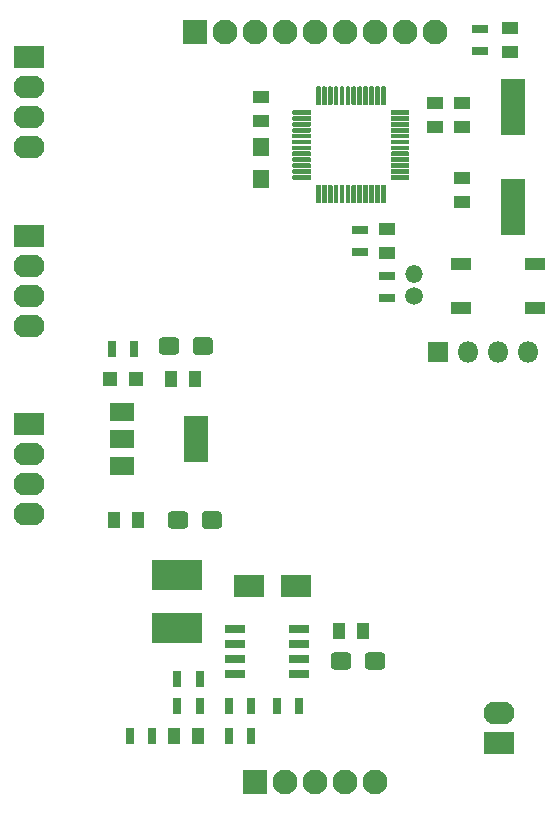
<source format=gbr>
%TF.GenerationSoftware,KiCad,Pcbnew,(5.1.2)-2*%
%TF.CreationDate,2020-09-07T08:08:20+07:00*%
%TF.ProjectId,ai-hw-elec,61692d68-772d-4656-9c65-632e6b696361,rev?*%
%TF.SameCoordinates,Original*%
%TF.FileFunction,Soldermask,Top*%
%TF.FilePolarity,Negative*%
%FSLAX46Y46*%
G04 Gerber Fmt 4.6, Leading zero omitted, Abs format (unit mm)*
G04 Created by KiCad (PCBNEW (5.1.2)-2) date 2020-09-07 08:08:20*
%MOMM*%
%LPD*%
G04 APERTURE LIST*
%ADD10R,2.100000X2.100000*%
%ADD11C,2.100000*%
%ADD12O,2.624000X1.924000*%
%ADD13R,2.624000X1.924000*%
%ADD14R,1.100000X1.350000*%
%ADD15R,1.350000X1.100000*%
%ADD16C,0.100000*%
%ADD17C,1.450000*%
%ADD18R,2.600000X1.900000*%
%ADD19R,1.800000X1.800000*%
%ADD20O,1.800000X1.800000*%
%ADD21R,4.300000X2.500000*%
%ADD22R,1.400000X1.600000*%
%ADD23R,1.300000X1.300000*%
%ADD24R,0.800000X1.400000*%
%ADD25R,1.400000X0.800000*%
%ADD26R,1.800000X1.100000*%
%ADD27R,2.100000X3.900000*%
%ADD28R,2.100000X1.600000*%
%ADD29R,1.800000X0.800000*%
%ADD30C,0.400000*%
%ADD31R,2.100000X4.724000*%
%ADD32C,1.500000*%
%ADD33O,1.500000X1.500000*%
G04 APERTURE END LIST*
D10*
%TO.C,U4*%
X119872000Y-56982000D03*
D11*
X122412000Y-56982000D03*
X124952000Y-56982000D03*
X127492000Y-56982000D03*
X130032000Y-56982000D03*
X132572000Y-56982000D03*
X135112000Y-56982000D03*
X137652000Y-56982000D03*
X140192000Y-56982000D03*
D10*
X124952000Y-120502000D03*
D11*
X127492000Y-120502000D03*
X130032000Y-120502000D03*
X132572000Y-120502000D03*
X135112000Y-120502000D03*
%TD*%
D12*
%TO.C,J2*%
X145640000Y-114680000D03*
D13*
X145640000Y-117220000D03*
%TD*%
D14*
%TO.C,C1*%
X115046000Y-98298000D03*
X113046000Y-98298000D03*
%TD*%
%TO.C,C2*%
X117872000Y-86360000D03*
X119872000Y-86360000D03*
%TD*%
%TO.C,C3*%
X132096000Y-107696000D03*
X134096000Y-107696000D03*
%TD*%
%TO.C,C4*%
X118142000Y-116611000D03*
X120142000Y-116611000D03*
%TD*%
D15*
%TO.C,C5*%
X142494000Y-71358000D03*
X142494000Y-69358000D03*
%TD*%
%TO.C,C6*%
X142494000Y-65008000D03*
X142494000Y-63008000D03*
%TD*%
%TO.C,C7*%
X146558000Y-58642000D03*
X146558000Y-56642000D03*
%TD*%
%TO.C,C8*%
X136144000Y-75676000D03*
X136144000Y-73676000D03*
%TD*%
%TO.C,C9*%
X140208000Y-64992000D03*
X140208000Y-62992000D03*
%TD*%
%TO.C,C10*%
X125476000Y-64500000D03*
X125476000Y-62500000D03*
%TD*%
D16*
%TO.C,CP1*%
G36*
X132848301Y-109512293D02*
G01*
X132874367Y-109516159D01*
X132899929Y-109522562D01*
X132924739Y-109531440D01*
X132948561Y-109542706D01*
X132971163Y-109556253D01*
X132992328Y-109571951D01*
X133011853Y-109589647D01*
X133029549Y-109609172D01*
X133045247Y-109630337D01*
X133058794Y-109652939D01*
X133070060Y-109676761D01*
X133078938Y-109701571D01*
X133085341Y-109727133D01*
X133089207Y-109753199D01*
X133090500Y-109779518D01*
X133090500Y-110692482D01*
X133089207Y-110718801D01*
X133085341Y-110744867D01*
X133078938Y-110770429D01*
X133070060Y-110795239D01*
X133058794Y-110819061D01*
X133045247Y-110841663D01*
X133029549Y-110862828D01*
X133011853Y-110882353D01*
X132992328Y-110900049D01*
X132971163Y-110915747D01*
X132948561Y-110929294D01*
X132924739Y-110940560D01*
X132899929Y-110949438D01*
X132874367Y-110955841D01*
X132848301Y-110959707D01*
X132821982Y-110961000D01*
X131684018Y-110961000D01*
X131657699Y-110959707D01*
X131631633Y-110955841D01*
X131606071Y-110949438D01*
X131581261Y-110940560D01*
X131557439Y-110929294D01*
X131534837Y-110915747D01*
X131513672Y-110900049D01*
X131494147Y-110882353D01*
X131476451Y-110862828D01*
X131460753Y-110841663D01*
X131447206Y-110819061D01*
X131435940Y-110795239D01*
X131427062Y-110770429D01*
X131420659Y-110744867D01*
X131416793Y-110718801D01*
X131415500Y-110692482D01*
X131415500Y-109779518D01*
X131416793Y-109753199D01*
X131420659Y-109727133D01*
X131427062Y-109701571D01*
X131435940Y-109676761D01*
X131447206Y-109652939D01*
X131460753Y-109630337D01*
X131476451Y-109609172D01*
X131494147Y-109589647D01*
X131513672Y-109571951D01*
X131534837Y-109556253D01*
X131557439Y-109542706D01*
X131581261Y-109531440D01*
X131606071Y-109522562D01*
X131631633Y-109516159D01*
X131657699Y-109512293D01*
X131684018Y-109511000D01*
X132821982Y-109511000D01*
X132848301Y-109512293D01*
X132848301Y-109512293D01*
G37*
D17*
X132253000Y-110236000D03*
D16*
G36*
X135723301Y-109512293D02*
G01*
X135749367Y-109516159D01*
X135774929Y-109522562D01*
X135799739Y-109531440D01*
X135823561Y-109542706D01*
X135846163Y-109556253D01*
X135867328Y-109571951D01*
X135886853Y-109589647D01*
X135904549Y-109609172D01*
X135920247Y-109630337D01*
X135933794Y-109652939D01*
X135945060Y-109676761D01*
X135953938Y-109701571D01*
X135960341Y-109727133D01*
X135964207Y-109753199D01*
X135965500Y-109779518D01*
X135965500Y-110692482D01*
X135964207Y-110718801D01*
X135960341Y-110744867D01*
X135953938Y-110770429D01*
X135945060Y-110795239D01*
X135933794Y-110819061D01*
X135920247Y-110841663D01*
X135904549Y-110862828D01*
X135886853Y-110882353D01*
X135867328Y-110900049D01*
X135846163Y-110915747D01*
X135823561Y-110929294D01*
X135799739Y-110940560D01*
X135774929Y-110949438D01*
X135749367Y-110955841D01*
X135723301Y-110959707D01*
X135696982Y-110961000D01*
X134559018Y-110961000D01*
X134532699Y-110959707D01*
X134506633Y-110955841D01*
X134481071Y-110949438D01*
X134456261Y-110940560D01*
X134432439Y-110929294D01*
X134409837Y-110915747D01*
X134388672Y-110900049D01*
X134369147Y-110882353D01*
X134351451Y-110862828D01*
X134335753Y-110841663D01*
X134322206Y-110819061D01*
X134310940Y-110795239D01*
X134302062Y-110770429D01*
X134295659Y-110744867D01*
X134291793Y-110718801D01*
X134290500Y-110692482D01*
X134290500Y-109779518D01*
X134291793Y-109753199D01*
X134295659Y-109727133D01*
X134302062Y-109701571D01*
X134310940Y-109676761D01*
X134322206Y-109652939D01*
X134335753Y-109630337D01*
X134351451Y-109609172D01*
X134369147Y-109589647D01*
X134388672Y-109571951D01*
X134409837Y-109556253D01*
X134432439Y-109542706D01*
X134456261Y-109531440D01*
X134481071Y-109522562D01*
X134506633Y-109516159D01*
X134532699Y-109512293D01*
X134559018Y-109511000D01*
X135696982Y-109511000D01*
X135723301Y-109512293D01*
X135723301Y-109512293D01*
G37*
D17*
X135128000Y-110236000D03*
%TD*%
D16*
%TO.C,CP2*%
G36*
X118283801Y-82842293D02*
G01*
X118309867Y-82846159D01*
X118335429Y-82852562D01*
X118360239Y-82861440D01*
X118384061Y-82872706D01*
X118406663Y-82886253D01*
X118427828Y-82901951D01*
X118447353Y-82919647D01*
X118465049Y-82939172D01*
X118480747Y-82960337D01*
X118494294Y-82982939D01*
X118505560Y-83006761D01*
X118514438Y-83031571D01*
X118520841Y-83057133D01*
X118524707Y-83083199D01*
X118526000Y-83109518D01*
X118526000Y-84022482D01*
X118524707Y-84048801D01*
X118520841Y-84074867D01*
X118514438Y-84100429D01*
X118505560Y-84125239D01*
X118494294Y-84149061D01*
X118480747Y-84171663D01*
X118465049Y-84192828D01*
X118447353Y-84212353D01*
X118427828Y-84230049D01*
X118406663Y-84245747D01*
X118384061Y-84259294D01*
X118360239Y-84270560D01*
X118335429Y-84279438D01*
X118309867Y-84285841D01*
X118283801Y-84289707D01*
X118257482Y-84291000D01*
X117119518Y-84291000D01*
X117093199Y-84289707D01*
X117067133Y-84285841D01*
X117041571Y-84279438D01*
X117016761Y-84270560D01*
X116992939Y-84259294D01*
X116970337Y-84245747D01*
X116949172Y-84230049D01*
X116929647Y-84212353D01*
X116911951Y-84192828D01*
X116896253Y-84171663D01*
X116882706Y-84149061D01*
X116871440Y-84125239D01*
X116862562Y-84100429D01*
X116856159Y-84074867D01*
X116852293Y-84048801D01*
X116851000Y-84022482D01*
X116851000Y-83109518D01*
X116852293Y-83083199D01*
X116856159Y-83057133D01*
X116862562Y-83031571D01*
X116871440Y-83006761D01*
X116882706Y-82982939D01*
X116896253Y-82960337D01*
X116911951Y-82939172D01*
X116929647Y-82919647D01*
X116949172Y-82901951D01*
X116970337Y-82886253D01*
X116992939Y-82872706D01*
X117016761Y-82861440D01*
X117041571Y-82852562D01*
X117067133Y-82846159D01*
X117093199Y-82842293D01*
X117119518Y-82841000D01*
X118257482Y-82841000D01*
X118283801Y-82842293D01*
X118283801Y-82842293D01*
G37*
D17*
X117688500Y-83566000D03*
D16*
G36*
X121158801Y-82842293D02*
G01*
X121184867Y-82846159D01*
X121210429Y-82852562D01*
X121235239Y-82861440D01*
X121259061Y-82872706D01*
X121281663Y-82886253D01*
X121302828Y-82901951D01*
X121322353Y-82919647D01*
X121340049Y-82939172D01*
X121355747Y-82960337D01*
X121369294Y-82982939D01*
X121380560Y-83006761D01*
X121389438Y-83031571D01*
X121395841Y-83057133D01*
X121399707Y-83083199D01*
X121401000Y-83109518D01*
X121401000Y-84022482D01*
X121399707Y-84048801D01*
X121395841Y-84074867D01*
X121389438Y-84100429D01*
X121380560Y-84125239D01*
X121369294Y-84149061D01*
X121355747Y-84171663D01*
X121340049Y-84192828D01*
X121322353Y-84212353D01*
X121302828Y-84230049D01*
X121281663Y-84245747D01*
X121259061Y-84259294D01*
X121235239Y-84270560D01*
X121210429Y-84279438D01*
X121184867Y-84285841D01*
X121158801Y-84289707D01*
X121132482Y-84291000D01*
X119994518Y-84291000D01*
X119968199Y-84289707D01*
X119942133Y-84285841D01*
X119916571Y-84279438D01*
X119891761Y-84270560D01*
X119867939Y-84259294D01*
X119845337Y-84245747D01*
X119824172Y-84230049D01*
X119804647Y-84212353D01*
X119786951Y-84192828D01*
X119771253Y-84171663D01*
X119757706Y-84149061D01*
X119746440Y-84125239D01*
X119737562Y-84100429D01*
X119731159Y-84074867D01*
X119727293Y-84048801D01*
X119726000Y-84022482D01*
X119726000Y-83109518D01*
X119727293Y-83083199D01*
X119731159Y-83057133D01*
X119737562Y-83031571D01*
X119746440Y-83006761D01*
X119757706Y-82982939D01*
X119771253Y-82960337D01*
X119786951Y-82939172D01*
X119804647Y-82919647D01*
X119824172Y-82901951D01*
X119845337Y-82886253D01*
X119867939Y-82872706D01*
X119891761Y-82861440D01*
X119916571Y-82852562D01*
X119942133Y-82846159D01*
X119968199Y-82842293D01*
X119994518Y-82841000D01*
X121132482Y-82841000D01*
X121158801Y-82842293D01*
X121158801Y-82842293D01*
G37*
D17*
X120563500Y-83566000D03*
%TD*%
D16*
%TO.C,CP3*%
G36*
X119045801Y-97574293D02*
G01*
X119071867Y-97578159D01*
X119097429Y-97584562D01*
X119122239Y-97593440D01*
X119146061Y-97604706D01*
X119168663Y-97618253D01*
X119189828Y-97633951D01*
X119209353Y-97651647D01*
X119227049Y-97671172D01*
X119242747Y-97692337D01*
X119256294Y-97714939D01*
X119267560Y-97738761D01*
X119276438Y-97763571D01*
X119282841Y-97789133D01*
X119286707Y-97815199D01*
X119288000Y-97841518D01*
X119288000Y-98754482D01*
X119286707Y-98780801D01*
X119282841Y-98806867D01*
X119276438Y-98832429D01*
X119267560Y-98857239D01*
X119256294Y-98881061D01*
X119242747Y-98903663D01*
X119227049Y-98924828D01*
X119209353Y-98944353D01*
X119189828Y-98962049D01*
X119168663Y-98977747D01*
X119146061Y-98991294D01*
X119122239Y-99002560D01*
X119097429Y-99011438D01*
X119071867Y-99017841D01*
X119045801Y-99021707D01*
X119019482Y-99023000D01*
X117881518Y-99023000D01*
X117855199Y-99021707D01*
X117829133Y-99017841D01*
X117803571Y-99011438D01*
X117778761Y-99002560D01*
X117754939Y-98991294D01*
X117732337Y-98977747D01*
X117711172Y-98962049D01*
X117691647Y-98944353D01*
X117673951Y-98924828D01*
X117658253Y-98903663D01*
X117644706Y-98881061D01*
X117633440Y-98857239D01*
X117624562Y-98832429D01*
X117618159Y-98806867D01*
X117614293Y-98780801D01*
X117613000Y-98754482D01*
X117613000Y-97841518D01*
X117614293Y-97815199D01*
X117618159Y-97789133D01*
X117624562Y-97763571D01*
X117633440Y-97738761D01*
X117644706Y-97714939D01*
X117658253Y-97692337D01*
X117673951Y-97671172D01*
X117691647Y-97651647D01*
X117711172Y-97633951D01*
X117732337Y-97618253D01*
X117754939Y-97604706D01*
X117778761Y-97593440D01*
X117803571Y-97584562D01*
X117829133Y-97578159D01*
X117855199Y-97574293D01*
X117881518Y-97573000D01*
X119019482Y-97573000D01*
X119045801Y-97574293D01*
X119045801Y-97574293D01*
G37*
D17*
X118450500Y-98298000D03*
D16*
G36*
X121920801Y-97574293D02*
G01*
X121946867Y-97578159D01*
X121972429Y-97584562D01*
X121997239Y-97593440D01*
X122021061Y-97604706D01*
X122043663Y-97618253D01*
X122064828Y-97633951D01*
X122084353Y-97651647D01*
X122102049Y-97671172D01*
X122117747Y-97692337D01*
X122131294Y-97714939D01*
X122142560Y-97738761D01*
X122151438Y-97763571D01*
X122157841Y-97789133D01*
X122161707Y-97815199D01*
X122163000Y-97841518D01*
X122163000Y-98754482D01*
X122161707Y-98780801D01*
X122157841Y-98806867D01*
X122151438Y-98832429D01*
X122142560Y-98857239D01*
X122131294Y-98881061D01*
X122117747Y-98903663D01*
X122102049Y-98924828D01*
X122084353Y-98944353D01*
X122064828Y-98962049D01*
X122043663Y-98977747D01*
X122021061Y-98991294D01*
X121997239Y-99002560D01*
X121972429Y-99011438D01*
X121946867Y-99017841D01*
X121920801Y-99021707D01*
X121894482Y-99023000D01*
X120756518Y-99023000D01*
X120730199Y-99021707D01*
X120704133Y-99017841D01*
X120678571Y-99011438D01*
X120653761Y-99002560D01*
X120629939Y-98991294D01*
X120607337Y-98977747D01*
X120586172Y-98962049D01*
X120566647Y-98944353D01*
X120548951Y-98924828D01*
X120533253Y-98903663D01*
X120519706Y-98881061D01*
X120508440Y-98857239D01*
X120499562Y-98832429D01*
X120493159Y-98806867D01*
X120489293Y-98780801D01*
X120488000Y-98754482D01*
X120488000Y-97841518D01*
X120489293Y-97815199D01*
X120493159Y-97789133D01*
X120499562Y-97763571D01*
X120508440Y-97738761D01*
X120519706Y-97714939D01*
X120533253Y-97692337D01*
X120548951Y-97671172D01*
X120566647Y-97651647D01*
X120586172Y-97633951D01*
X120607337Y-97618253D01*
X120629939Y-97604706D01*
X120653761Y-97593440D01*
X120678571Y-97584562D01*
X120704133Y-97578159D01*
X120730199Y-97574293D01*
X120756518Y-97573000D01*
X121894482Y-97573000D01*
X121920801Y-97574293D01*
X121920801Y-97574293D01*
G37*
D17*
X121325500Y-98298000D03*
%TD*%
D18*
%TO.C,D1*%
X124492000Y-103886000D03*
X128492000Y-103886000D03*
%TD*%
D19*
%TO.C,J1*%
X140462000Y-84074000D03*
D20*
X143002000Y-84074000D03*
X145542000Y-84074000D03*
X148082000Y-84074000D03*
%TD*%
D21*
%TO.C,L1*%
X118364000Y-107442000D03*
X118364000Y-102942000D03*
%TD*%
D22*
%TO.C,L2*%
X125476000Y-66722000D03*
X125476000Y-69422000D03*
%TD*%
D23*
%TO.C,Led1*%
X114892000Y-86360000D03*
X112692000Y-86360000D03*
%TD*%
D24*
%TO.C,R1*%
X118392000Y-111760000D03*
X120292000Y-111760000D03*
%TD*%
%TO.C,R2*%
X118392000Y-114046000D03*
X120292000Y-114046000D03*
%TD*%
%TO.C,R3*%
X126812000Y-114046000D03*
X128712000Y-114046000D03*
%TD*%
%TO.C,R4*%
X114366000Y-116586000D03*
X116266000Y-116586000D03*
%TD*%
%TO.C,R5*%
X114742000Y-83820000D03*
X112842000Y-83820000D03*
%TD*%
%TO.C,R6*%
X122748000Y-116586000D03*
X124648000Y-116586000D03*
%TD*%
%TO.C,R7*%
X122748000Y-114046000D03*
X124648000Y-114046000D03*
%TD*%
D25*
%TO.C,R8*%
X144018000Y-58608000D03*
X144018000Y-56708000D03*
%TD*%
%TO.C,R9*%
X133858000Y-75626000D03*
X133858000Y-73726000D03*
%TD*%
D26*
%TO.C,SW1*%
X148692000Y-80386000D03*
X142392000Y-80386000D03*
X148692000Y-76586000D03*
X142392000Y-76586000D03*
%TD*%
D27*
%TO.C,U1*%
X119990000Y-91440000D03*
D28*
X113690000Y-91440000D03*
X113690000Y-93740000D03*
X113690000Y-89140000D03*
%TD*%
D29*
%TO.C,U2*%
X123284000Y-107569000D03*
X123284000Y-108839000D03*
X123284000Y-110109000D03*
X123284000Y-111379000D03*
X128684000Y-111379000D03*
X128684000Y-110109000D03*
X128684000Y-108839000D03*
X128684000Y-107569000D03*
%TD*%
D16*
%TO.C,U3*%
G36*
X137955802Y-69098482D02*
G01*
X137965509Y-69099921D01*
X137975028Y-69102306D01*
X137984268Y-69105612D01*
X137993140Y-69109808D01*
X138001557Y-69114853D01*
X138009439Y-69120699D01*
X138016711Y-69127289D01*
X138023301Y-69134561D01*
X138029147Y-69142443D01*
X138034192Y-69150860D01*
X138038388Y-69159732D01*
X138041694Y-69168972D01*
X138044079Y-69178491D01*
X138045518Y-69188198D01*
X138046000Y-69198000D01*
X138046000Y-69398000D01*
X138045518Y-69407802D01*
X138044079Y-69417509D01*
X138041694Y-69427028D01*
X138038388Y-69436268D01*
X138034192Y-69445140D01*
X138029147Y-69453557D01*
X138023301Y-69461439D01*
X138016711Y-69468711D01*
X138009439Y-69475301D01*
X138001557Y-69481147D01*
X137993140Y-69486192D01*
X137984268Y-69490388D01*
X137975028Y-69493694D01*
X137965509Y-69496079D01*
X137955802Y-69497518D01*
X137946000Y-69498000D01*
X136571000Y-69498000D01*
X136561198Y-69497518D01*
X136551491Y-69496079D01*
X136541972Y-69493694D01*
X136532732Y-69490388D01*
X136523860Y-69486192D01*
X136515443Y-69481147D01*
X136507561Y-69475301D01*
X136500289Y-69468711D01*
X136493699Y-69461439D01*
X136487853Y-69453557D01*
X136482808Y-69445140D01*
X136478612Y-69436268D01*
X136475306Y-69427028D01*
X136472921Y-69417509D01*
X136471482Y-69407802D01*
X136471000Y-69398000D01*
X136471000Y-69198000D01*
X136471482Y-69188198D01*
X136472921Y-69178491D01*
X136475306Y-69168972D01*
X136478612Y-69159732D01*
X136482808Y-69150860D01*
X136487853Y-69142443D01*
X136493699Y-69134561D01*
X136500289Y-69127289D01*
X136507561Y-69120699D01*
X136515443Y-69114853D01*
X136523860Y-69109808D01*
X136532732Y-69105612D01*
X136541972Y-69102306D01*
X136551491Y-69099921D01*
X136561198Y-69098482D01*
X136571000Y-69098000D01*
X137946000Y-69098000D01*
X137955802Y-69098482D01*
X137955802Y-69098482D01*
G37*
D30*
X137258500Y-69298000D03*
D16*
G36*
X137955802Y-68598482D02*
G01*
X137965509Y-68599921D01*
X137975028Y-68602306D01*
X137984268Y-68605612D01*
X137993140Y-68609808D01*
X138001557Y-68614853D01*
X138009439Y-68620699D01*
X138016711Y-68627289D01*
X138023301Y-68634561D01*
X138029147Y-68642443D01*
X138034192Y-68650860D01*
X138038388Y-68659732D01*
X138041694Y-68668972D01*
X138044079Y-68678491D01*
X138045518Y-68688198D01*
X138046000Y-68698000D01*
X138046000Y-68898000D01*
X138045518Y-68907802D01*
X138044079Y-68917509D01*
X138041694Y-68927028D01*
X138038388Y-68936268D01*
X138034192Y-68945140D01*
X138029147Y-68953557D01*
X138023301Y-68961439D01*
X138016711Y-68968711D01*
X138009439Y-68975301D01*
X138001557Y-68981147D01*
X137993140Y-68986192D01*
X137984268Y-68990388D01*
X137975028Y-68993694D01*
X137965509Y-68996079D01*
X137955802Y-68997518D01*
X137946000Y-68998000D01*
X136571000Y-68998000D01*
X136561198Y-68997518D01*
X136551491Y-68996079D01*
X136541972Y-68993694D01*
X136532732Y-68990388D01*
X136523860Y-68986192D01*
X136515443Y-68981147D01*
X136507561Y-68975301D01*
X136500289Y-68968711D01*
X136493699Y-68961439D01*
X136487853Y-68953557D01*
X136482808Y-68945140D01*
X136478612Y-68936268D01*
X136475306Y-68927028D01*
X136472921Y-68917509D01*
X136471482Y-68907802D01*
X136471000Y-68898000D01*
X136471000Y-68698000D01*
X136471482Y-68688198D01*
X136472921Y-68678491D01*
X136475306Y-68668972D01*
X136478612Y-68659732D01*
X136482808Y-68650860D01*
X136487853Y-68642443D01*
X136493699Y-68634561D01*
X136500289Y-68627289D01*
X136507561Y-68620699D01*
X136515443Y-68614853D01*
X136523860Y-68609808D01*
X136532732Y-68605612D01*
X136541972Y-68602306D01*
X136551491Y-68599921D01*
X136561198Y-68598482D01*
X136571000Y-68598000D01*
X137946000Y-68598000D01*
X137955802Y-68598482D01*
X137955802Y-68598482D01*
G37*
D30*
X137258500Y-68798000D03*
D16*
G36*
X137955802Y-68098482D02*
G01*
X137965509Y-68099921D01*
X137975028Y-68102306D01*
X137984268Y-68105612D01*
X137993140Y-68109808D01*
X138001557Y-68114853D01*
X138009439Y-68120699D01*
X138016711Y-68127289D01*
X138023301Y-68134561D01*
X138029147Y-68142443D01*
X138034192Y-68150860D01*
X138038388Y-68159732D01*
X138041694Y-68168972D01*
X138044079Y-68178491D01*
X138045518Y-68188198D01*
X138046000Y-68198000D01*
X138046000Y-68398000D01*
X138045518Y-68407802D01*
X138044079Y-68417509D01*
X138041694Y-68427028D01*
X138038388Y-68436268D01*
X138034192Y-68445140D01*
X138029147Y-68453557D01*
X138023301Y-68461439D01*
X138016711Y-68468711D01*
X138009439Y-68475301D01*
X138001557Y-68481147D01*
X137993140Y-68486192D01*
X137984268Y-68490388D01*
X137975028Y-68493694D01*
X137965509Y-68496079D01*
X137955802Y-68497518D01*
X137946000Y-68498000D01*
X136571000Y-68498000D01*
X136561198Y-68497518D01*
X136551491Y-68496079D01*
X136541972Y-68493694D01*
X136532732Y-68490388D01*
X136523860Y-68486192D01*
X136515443Y-68481147D01*
X136507561Y-68475301D01*
X136500289Y-68468711D01*
X136493699Y-68461439D01*
X136487853Y-68453557D01*
X136482808Y-68445140D01*
X136478612Y-68436268D01*
X136475306Y-68427028D01*
X136472921Y-68417509D01*
X136471482Y-68407802D01*
X136471000Y-68398000D01*
X136471000Y-68198000D01*
X136471482Y-68188198D01*
X136472921Y-68178491D01*
X136475306Y-68168972D01*
X136478612Y-68159732D01*
X136482808Y-68150860D01*
X136487853Y-68142443D01*
X136493699Y-68134561D01*
X136500289Y-68127289D01*
X136507561Y-68120699D01*
X136515443Y-68114853D01*
X136523860Y-68109808D01*
X136532732Y-68105612D01*
X136541972Y-68102306D01*
X136551491Y-68099921D01*
X136561198Y-68098482D01*
X136571000Y-68098000D01*
X137946000Y-68098000D01*
X137955802Y-68098482D01*
X137955802Y-68098482D01*
G37*
D30*
X137258500Y-68298000D03*
D16*
G36*
X137955802Y-67598482D02*
G01*
X137965509Y-67599921D01*
X137975028Y-67602306D01*
X137984268Y-67605612D01*
X137993140Y-67609808D01*
X138001557Y-67614853D01*
X138009439Y-67620699D01*
X138016711Y-67627289D01*
X138023301Y-67634561D01*
X138029147Y-67642443D01*
X138034192Y-67650860D01*
X138038388Y-67659732D01*
X138041694Y-67668972D01*
X138044079Y-67678491D01*
X138045518Y-67688198D01*
X138046000Y-67698000D01*
X138046000Y-67898000D01*
X138045518Y-67907802D01*
X138044079Y-67917509D01*
X138041694Y-67927028D01*
X138038388Y-67936268D01*
X138034192Y-67945140D01*
X138029147Y-67953557D01*
X138023301Y-67961439D01*
X138016711Y-67968711D01*
X138009439Y-67975301D01*
X138001557Y-67981147D01*
X137993140Y-67986192D01*
X137984268Y-67990388D01*
X137975028Y-67993694D01*
X137965509Y-67996079D01*
X137955802Y-67997518D01*
X137946000Y-67998000D01*
X136571000Y-67998000D01*
X136561198Y-67997518D01*
X136551491Y-67996079D01*
X136541972Y-67993694D01*
X136532732Y-67990388D01*
X136523860Y-67986192D01*
X136515443Y-67981147D01*
X136507561Y-67975301D01*
X136500289Y-67968711D01*
X136493699Y-67961439D01*
X136487853Y-67953557D01*
X136482808Y-67945140D01*
X136478612Y-67936268D01*
X136475306Y-67927028D01*
X136472921Y-67917509D01*
X136471482Y-67907802D01*
X136471000Y-67898000D01*
X136471000Y-67698000D01*
X136471482Y-67688198D01*
X136472921Y-67678491D01*
X136475306Y-67668972D01*
X136478612Y-67659732D01*
X136482808Y-67650860D01*
X136487853Y-67642443D01*
X136493699Y-67634561D01*
X136500289Y-67627289D01*
X136507561Y-67620699D01*
X136515443Y-67614853D01*
X136523860Y-67609808D01*
X136532732Y-67605612D01*
X136541972Y-67602306D01*
X136551491Y-67599921D01*
X136561198Y-67598482D01*
X136571000Y-67598000D01*
X137946000Y-67598000D01*
X137955802Y-67598482D01*
X137955802Y-67598482D01*
G37*
D30*
X137258500Y-67798000D03*
D16*
G36*
X137955802Y-67098482D02*
G01*
X137965509Y-67099921D01*
X137975028Y-67102306D01*
X137984268Y-67105612D01*
X137993140Y-67109808D01*
X138001557Y-67114853D01*
X138009439Y-67120699D01*
X138016711Y-67127289D01*
X138023301Y-67134561D01*
X138029147Y-67142443D01*
X138034192Y-67150860D01*
X138038388Y-67159732D01*
X138041694Y-67168972D01*
X138044079Y-67178491D01*
X138045518Y-67188198D01*
X138046000Y-67198000D01*
X138046000Y-67398000D01*
X138045518Y-67407802D01*
X138044079Y-67417509D01*
X138041694Y-67427028D01*
X138038388Y-67436268D01*
X138034192Y-67445140D01*
X138029147Y-67453557D01*
X138023301Y-67461439D01*
X138016711Y-67468711D01*
X138009439Y-67475301D01*
X138001557Y-67481147D01*
X137993140Y-67486192D01*
X137984268Y-67490388D01*
X137975028Y-67493694D01*
X137965509Y-67496079D01*
X137955802Y-67497518D01*
X137946000Y-67498000D01*
X136571000Y-67498000D01*
X136561198Y-67497518D01*
X136551491Y-67496079D01*
X136541972Y-67493694D01*
X136532732Y-67490388D01*
X136523860Y-67486192D01*
X136515443Y-67481147D01*
X136507561Y-67475301D01*
X136500289Y-67468711D01*
X136493699Y-67461439D01*
X136487853Y-67453557D01*
X136482808Y-67445140D01*
X136478612Y-67436268D01*
X136475306Y-67427028D01*
X136472921Y-67417509D01*
X136471482Y-67407802D01*
X136471000Y-67398000D01*
X136471000Y-67198000D01*
X136471482Y-67188198D01*
X136472921Y-67178491D01*
X136475306Y-67168972D01*
X136478612Y-67159732D01*
X136482808Y-67150860D01*
X136487853Y-67142443D01*
X136493699Y-67134561D01*
X136500289Y-67127289D01*
X136507561Y-67120699D01*
X136515443Y-67114853D01*
X136523860Y-67109808D01*
X136532732Y-67105612D01*
X136541972Y-67102306D01*
X136551491Y-67099921D01*
X136561198Y-67098482D01*
X136571000Y-67098000D01*
X137946000Y-67098000D01*
X137955802Y-67098482D01*
X137955802Y-67098482D01*
G37*
D30*
X137258500Y-67298000D03*
D16*
G36*
X137955802Y-66598482D02*
G01*
X137965509Y-66599921D01*
X137975028Y-66602306D01*
X137984268Y-66605612D01*
X137993140Y-66609808D01*
X138001557Y-66614853D01*
X138009439Y-66620699D01*
X138016711Y-66627289D01*
X138023301Y-66634561D01*
X138029147Y-66642443D01*
X138034192Y-66650860D01*
X138038388Y-66659732D01*
X138041694Y-66668972D01*
X138044079Y-66678491D01*
X138045518Y-66688198D01*
X138046000Y-66698000D01*
X138046000Y-66898000D01*
X138045518Y-66907802D01*
X138044079Y-66917509D01*
X138041694Y-66927028D01*
X138038388Y-66936268D01*
X138034192Y-66945140D01*
X138029147Y-66953557D01*
X138023301Y-66961439D01*
X138016711Y-66968711D01*
X138009439Y-66975301D01*
X138001557Y-66981147D01*
X137993140Y-66986192D01*
X137984268Y-66990388D01*
X137975028Y-66993694D01*
X137965509Y-66996079D01*
X137955802Y-66997518D01*
X137946000Y-66998000D01*
X136571000Y-66998000D01*
X136561198Y-66997518D01*
X136551491Y-66996079D01*
X136541972Y-66993694D01*
X136532732Y-66990388D01*
X136523860Y-66986192D01*
X136515443Y-66981147D01*
X136507561Y-66975301D01*
X136500289Y-66968711D01*
X136493699Y-66961439D01*
X136487853Y-66953557D01*
X136482808Y-66945140D01*
X136478612Y-66936268D01*
X136475306Y-66927028D01*
X136472921Y-66917509D01*
X136471482Y-66907802D01*
X136471000Y-66898000D01*
X136471000Y-66698000D01*
X136471482Y-66688198D01*
X136472921Y-66678491D01*
X136475306Y-66668972D01*
X136478612Y-66659732D01*
X136482808Y-66650860D01*
X136487853Y-66642443D01*
X136493699Y-66634561D01*
X136500289Y-66627289D01*
X136507561Y-66620699D01*
X136515443Y-66614853D01*
X136523860Y-66609808D01*
X136532732Y-66605612D01*
X136541972Y-66602306D01*
X136551491Y-66599921D01*
X136561198Y-66598482D01*
X136571000Y-66598000D01*
X137946000Y-66598000D01*
X137955802Y-66598482D01*
X137955802Y-66598482D01*
G37*
D30*
X137258500Y-66798000D03*
D16*
G36*
X137955802Y-66098482D02*
G01*
X137965509Y-66099921D01*
X137975028Y-66102306D01*
X137984268Y-66105612D01*
X137993140Y-66109808D01*
X138001557Y-66114853D01*
X138009439Y-66120699D01*
X138016711Y-66127289D01*
X138023301Y-66134561D01*
X138029147Y-66142443D01*
X138034192Y-66150860D01*
X138038388Y-66159732D01*
X138041694Y-66168972D01*
X138044079Y-66178491D01*
X138045518Y-66188198D01*
X138046000Y-66198000D01*
X138046000Y-66398000D01*
X138045518Y-66407802D01*
X138044079Y-66417509D01*
X138041694Y-66427028D01*
X138038388Y-66436268D01*
X138034192Y-66445140D01*
X138029147Y-66453557D01*
X138023301Y-66461439D01*
X138016711Y-66468711D01*
X138009439Y-66475301D01*
X138001557Y-66481147D01*
X137993140Y-66486192D01*
X137984268Y-66490388D01*
X137975028Y-66493694D01*
X137965509Y-66496079D01*
X137955802Y-66497518D01*
X137946000Y-66498000D01*
X136571000Y-66498000D01*
X136561198Y-66497518D01*
X136551491Y-66496079D01*
X136541972Y-66493694D01*
X136532732Y-66490388D01*
X136523860Y-66486192D01*
X136515443Y-66481147D01*
X136507561Y-66475301D01*
X136500289Y-66468711D01*
X136493699Y-66461439D01*
X136487853Y-66453557D01*
X136482808Y-66445140D01*
X136478612Y-66436268D01*
X136475306Y-66427028D01*
X136472921Y-66417509D01*
X136471482Y-66407802D01*
X136471000Y-66398000D01*
X136471000Y-66198000D01*
X136471482Y-66188198D01*
X136472921Y-66178491D01*
X136475306Y-66168972D01*
X136478612Y-66159732D01*
X136482808Y-66150860D01*
X136487853Y-66142443D01*
X136493699Y-66134561D01*
X136500289Y-66127289D01*
X136507561Y-66120699D01*
X136515443Y-66114853D01*
X136523860Y-66109808D01*
X136532732Y-66105612D01*
X136541972Y-66102306D01*
X136551491Y-66099921D01*
X136561198Y-66098482D01*
X136571000Y-66098000D01*
X137946000Y-66098000D01*
X137955802Y-66098482D01*
X137955802Y-66098482D01*
G37*
D30*
X137258500Y-66298000D03*
D16*
G36*
X137955802Y-65598482D02*
G01*
X137965509Y-65599921D01*
X137975028Y-65602306D01*
X137984268Y-65605612D01*
X137993140Y-65609808D01*
X138001557Y-65614853D01*
X138009439Y-65620699D01*
X138016711Y-65627289D01*
X138023301Y-65634561D01*
X138029147Y-65642443D01*
X138034192Y-65650860D01*
X138038388Y-65659732D01*
X138041694Y-65668972D01*
X138044079Y-65678491D01*
X138045518Y-65688198D01*
X138046000Y-65698000D01*
X138046000Y-65898000D01*
X138045518Y-65907802D01*
X138044079Y-65917509D01*
X138041694Y-65927028D01*
X138038388Y-65936268D01*
X138034192Y-65945140D01*
X138029147Y-65953557D01*
X138023301Y-65961439D01*
X138016711Y-65968711D01*
X138009439Y-65975301D01*
X138001557Y-65981147D01*
X137993140Y-65986192D01*
X137984268Y-65990388D01*
X137975028Y-65993694D01*
X137965509Y-65996079D01*
X137955802Y-65997518D01*
X137946000Y-65998000D01*
X136571000Y-65998000D01*
X136561198Y-65997518D01*
X136551491Y-65996079D01*
X136541972Y-65993694D01*
X136532732Y-65990388D01*
X136523860Y-65986192D01*
X136515443Y-65981147D01*
X136507561Y-65975301D01*
X136500289Y-65968711D01*
X136493699Y-65961439D01*
X136487853Y-65953557D01*
X136482808Y-65945140D01*
X136478612Y-65936268D01*
X136475306Y-65927028D01*
X136472921Y-65917509D01*
X136471482Y-65907802D01*
X136471000Y-65898000D01*
X136471000Y-65698000D01*
X136471482Y-65688198D01*
X136472921Y-65678491D01*
X136475306Y-65668972D01*
X136478612Y-65659732D01*
X136482808Y-65650860D01*
X136487853Y-65642443D01*
X136493699Y-65634561D01*
X136500289Y-65627289D01*
X136507561Y-65620699D01*
X136515443Y-65614853D01*
X136523860Y-65609808D01*
X136532732Y-65605612D01*
X136541972Y-65602306D01*
X136551491Y-65599921D01*
X136561198Y-65598482D01*
X136571000Y-65598000D01*
X137946000Y-65598000D01*
X137955802Y-65598482D01*
X137955802Y-65598482D01*
G37*
D30*
X137258500Y-65798000D03*
D16*
G36*
X137955802Y-65098482D02*
G01*
X137965509Y-65099921D01*
X137975028Y-65102306D01*
X137984268Y-65105612D01*
X137993140Y-65109808D01*
X138001557Y-65114853D01*
X138009439Y-65120699D01*
X138016711Y-65127289D01*
X138023301Y-65134561D01*
X138029147Y-65142443D01*
X138034192Y-65150860D01*
X138038388Y-65159732D01*
X138041694Y-65168972D01*
X138044079Y-65178491D01*
X138045518Y-65188198D01*
X138046000Y-65198000D01*
X138046000Y-65398000D01*
X138045518Y-65407802D01*
X138044079Y-65417509D01*
X138041694Y-65427028D01*
X138038388Y-65436268D01*
X138034192Y-65445140D01*
X138029147Y-65453557D01*
X138023301Y-65461439D01*
X138016711Y-65468711D01*
X138009439Y-65475301D01*
X138001557Y-65481147D01*
X137993140Y-65486192D01*
X137984268Y-65490388D01*
X137975028Y-65493694D01*
X137965509Y-65496079D01*
X137955802Y-65497518D01*
X137946000Y-65498000D01*
X136571000Y-65498000D01*
X136561198Y-65497518D01*
X136551491Y-65496079D01*
X136541972Y-65493694D01*
X136532732Y-65490388D01*
X136523860Y-65486192D01*
X136515443Y-65481147D01*
X136507561Y-65475301D01*
X136500289Y-65468711D01*
X136493699Y-65461439D01*
X136487853Y-65453557D01*
X136482808Y-65445140D01*
X136478612Y-65436268D01*
X136475306Y-65427028D01*
X136472921Y-65417509D01*
X136471482Y-65407802D01*
X136471000Y-65398000D01*
X136471000Y-65198000D01*
X136471482Y-65188198D01*
X136472921Y-65178491D01*
X136475306Y-65168972D01*
X136478612Y-65159732D01*
X136482808Y-65150860D01*
X136487853Y-65142443D01*
X136493699Y-65134561D01*
X136500289Y-65127289D01*
X136507561Y-65120699D01*
X136515443Y-65114853D01*
X136523860Y-65109808D01*
X136532732Y-65105612D01*
X136541972Y-65102306D01*
X136551491Y-65099921D01*
X136561198Y-65098482D01*
X136571000Y-65098000D01*
X137946000Y-65098000D01*
X137955802Y-65098482D01*
X137955802Y-65098482D01*
G37*
D30*
X137258500Y-65298000D03*
D16*
G36*
X137955802Y-64598482D02*
G01*
X137965509Y-64599921D01*
X137975028Y-64602306D01*
X137984268Y-64605612D01*
X137993140Y-64609808D01*
X138001557Y-64614853D01*
X138009439Y-64620699D01*
X138016711Y-64627289D01*
X138023301Y-64634561D01*
X138029147Y-64642443D01*
X138034192Y-64650860D01*
X138038388Y-64659732D01*
X138041694Y-64668972D01*
X138044079Y-64678491D01*
X138045518Y-64688198D01*
X138046000Y-64698000D01*
X138046000Y-64898000D01*
X138045518Y-64907802D01*
X138044079Y-64917509D01*
X138041694Y-64927028D01*
X138038388Y-64936268D01*
X138034192Y-64945140D01*
X138029147Y-64953557D01*
X138023301Y-64961439D01*
X138016711Y-64968711D01*
X138009439Y-64975301D01*
X138001557Y-64981147D01*
X137993140Y-64986192D01*
X137984268Y-64990388D01*
X137975028Y-64993694D01*
X137965509Y-64996079D01*
X137955802Y-64997518D01*
X137946000Y-64998000D01*
X136571000Y-64998000D01*
X136561198Y-64997518D01*
X136551491Y-64996079D01*
X136541972Y-64993694D01*
X136532732Y-64990388D01*
X136523860Y-64986192D01*
X136515443Y-64981147D01*
X136507561Y-64975301D01*
X136500289Y-64968711D01*
X136493699Y-64961439D01*
X136487853Y-64953557D01*
X136482808Y-64945140D01*
X136478612Y-64936268D01*
X136475306Y-64927028D01*
X136472921Y-64917509D01*
X136471482Y-64907802D01*
X136471000Y-64898000D01*
X136471000Y-64698000D01*
X136471482Y-64688198D01*
X136472921Y-64678491D01*
X136475306Y-64668972D01*
X136478612Y-64659732D01*
X136482808Y-64650860D01*
X136487853Y-64642443D01*
X136493699Y-64634561D01*
X136500289Y-64627289D01*
X136507561Y-64620699D01*
X136515443Y-64614853D01*
X136523860Y-64609808D01*
X136532732Y-64605612D01*
X136541972Y-64602306D01*
X136551491Y-64599921D01*
X136561198Y-64598482D01*
X136571000Y-64598000D01*
X137946000Y-64598000D01*
X137955802Y-64598482D01*
X137955802Y-64598482D01*
G37*
D30*
X137258500Y-64798000D03*
D16*
G36*
X137955802Y-64098482D02*
G01*
X137965509Y-64099921D01*
X137975028Y-64102306D01*
X137984268Y-64105612D01*
X137993140Y-64109808D01*
X138001557Y-64114853D01*
X138009439Y-64120699D01*
X138016711Y-64127289D01*
X138023301Y-64134561D01*
X138029147Y-64142443D01*
X138034192Y-64150860D01*
X138038388Y-64159732D01*
X138041694Y-64168972D01*
X138044079Y-64178491D01*
X138045518Y-64188198D01*
X138046000Y-64198000D01*
X138046000Y-64398000D01*
X138045518Y-64407802D01*
X138044079Y-64417509D01*
X138041694Y-64427028D01*
X138038388Y-64436268D01*
X138034192Y-64445140D01*
X138029147Y-64453557D01*
X138023301Y-64461439D01*
X138016711Y-64468711D01*
X138009439Y-64475301D01*
X138001557Y-64481147D01*
X137993140Y-64486192D01*
X137984268Y-64490388D01*
X137975028Y-64493694D01*
X137965509Y-64496079D01*
X137955802Y-64497518D01*
X137946000Y-64498000D01*
X136571000Y-64498000D01*
X136561198Y-64497518D01*
X136551491Y-64496079D01*
X136541972Y-64493694D01*
X136532732Y-64490388D01*
X136523860Y-64486192D01*
X136515443Y-64481147D01*
X136507561Y-64475301D01*
X136500289Y-64468711D01*
X136493699Y-64461439D01*
X136487853Y-64453557D01*
X136482808Y-64445140D01*
X136478612Y-64436268D01*
X136475306Y-64427028D01*
X136472921Y-64417509D01*
X136471482Y-64407802D01*
X136471000Y-64398000D01*
X136471000Y-64198000D01*
X136471482Y-64188198D01*
X136472921Y-64178491D01*
X136475306Y-64168972D01*
X136478612Y-64159732D01*
X136482808Y-64150860D01*
X136487853Y-64142443D01*
X136493699Y-64134561D01*
X136500289Y-64127289D01*
X136507561Y-64120699D01*
X136515443Y-64114853D01*
X136523860Y-64109808D01*
X136532732Y-64105612D01*
X136541972Y-64102306D01*
X136551491Y-64099921D01*
X136561198Y-64098482D01*
X136571000Y-64098000D01*
X137946000Y-64098000D01*
X137955802Y-64098482D01*
X137955802Y-64098482D01*
G37*
D30*
X137258500Y-64298000D03*
D16*
G36*
X137955802Y-63598482D02*
G01*
X137965509Y-63599921D01*
X137975028Y-63602306D01*
X137984268Y-63605612D01*
X137993140Y-63609808D01*
X138001557Y-63614853D01*
X138009439Y-63620699D01*
X138016711Y-63627289D01*
X138023301Y-63634561D01*
X138029147Y-63642443D01*
X138034192Y-63650860D01*
X138038388Y-63659732D01*
X138041694Y-63668972D01*
X138044079Y-63678491D01*
X138045518Y-63688198D01*
X138046000Y-63698000D01*
X138046000Y-63898000D01*
X138045518Y-63907802D01*
X138044079Y-63917509D01*
X138041694Y-63927028D01*
X138038388Y-63936268D01*
X138034192Y-63945140D01*
X138029147Y-63953557D01*
X138023301Y-63961439D01*
X138016711Y-63968711D01*
X138009439Y-63975301D01*
X138001557Y-63981147D01*
X137993140Y-63986192D01*
X137984268Y-63990388D01*
X137975028Y-63993694D01*
X137965509Y-63996079D01*
X137955802Y-63997518D01*
X137946000Y-63998000D01*
X136571000Y-63998000D01*
X136561198Y-63997518D01*
X136551491Y-63996079D01*
X136541972Y-63993694D01*
X136532732Y-63990388D01*
X136523860Y-63986192D01*
X136515443Y-63981147D01*
X136507561Y-63975301D01*
X136500289Y-63968711D01*
X136493699Y-63961439D01*
X136487853Y-63953557D01*
X136482808Y-63945140D01*
X136478612Y-63936268D01*
X136475306Y-63927028D01*
X136472921Y-63917509D01*
X136471482Y-63907802D01*
X136471000Y-63898000D01*
X136471000Y-63698000D01*
X136471482Y-63688198D01*
X136472921Y-63678491D01*
X136475306Y-63668972D01*
X136478612Y-63659732D01*
X136482808Y-63650860D01*
X136487853Y-63642443D01*
X136493699Y-63634561D01*
X136500289Y-63627289D01*
X136507561Y-63620699D01*
X136515443Y-63614853D01*
X136523860Y-63609808D01*
X136532732Y-63605612D01*
X136541972Y-63602306D01*
X136551491Y-63599921D01*
X136561198Y-63598482D01*
X136571000Y-63598000D01*
X137946000Y-63598000D01*
X137955802Y-63598482D01*
X137955802Y-63598482D01*
G37*
D30*
X137258500Y-63798000D03*
D16*
G36*
X135955802Y-61598482D02*
G01*
X135965509Y-61599921D01*
X135975028Y-61602306D01*
X135984268Y-61605612D01*
X135993140Y-61609808D01*
X136001557Y-61614853D01*
X136009439Y-61620699D01*
X136016711Y-61627289D01*
X136023301Y-61634561D01*
X136029147Y-61642443D01*
X136034192Y-61650860D01*
X136038388Y-61659732D01*
X136041694Y-61668972D01*
X136044079Y-61678491D01*
X136045518Y-61688198D01*
X136046000Y-61698000D01*
X136046000Y-63073000D01*
X136045518Y-63082802D01*
X136044079Y-63092509D01*
X136041694Y-63102028D01*
X136038388Y-63111268D01*
X136034192Y-63120140D01*
X136029147Y-63128557D01*
X136023301Y-63136439D01*
X136016711Y-63143711D01*
X136009439Y-63150301D01*
X136001557Y-63156147D01*
X135993140Y-63161192D01*
X135984268Y-63165388D01*
X135975028Y-63168694D01*
X135965509Y-63171079D01*
X135955802Y-63172518D01*
X135946000Y-63173000D01*
X135746000Y-63173000D01*
X135736198Y-63172518D01*
X135726491Y-63171079D01*
X135716972Y-63168694D01*
X135707732Y-63165388D01*
X135698860Y-63161192D01*
X135690443Y-63156147D01*
X135682561Y-63150301D01*
X135675289Y-63143711D01*
X135668699Y-63136439D01*
X135662853Y-63128557D01*
X135657808Y-63120140D01*
X135653612Y-63111268D01*
X135650306Y-63102028D01*
X135647921Y-63092509D01*
X135646482Y-63082802D01*
X135646000Y-63073000D01*
X135646000Y-61698000D01*
X135646482Y-61688198D01*
X135647921Y-61678491D01*
X135650306Y-61668972D01*
X135653612Y-61659732D01*
X135657808Y-61650860D01*
X135662853Y-61642443D01*
X135668699Y-61634561D01*
X135675289Y-61627289D01*
X135682561Y-61620699D01*
X135690443Y-61614853D01*
X135698860Y-61609808D01*
X135707732Y-61605612D01*
X135716972Y-61602306D01*
X135726491Y-61599921D01*
X135736198Y-61598482D01*
X135746000Y-61598000D01*
X135946000Y-61598000D01*
X135955802Y-61598482D01*
X135955802Y-61598482D01*
G37*
D30*
X135846000Y-62385500D03*
D16*
G36*
X135455802Y-61598482D02*
G01*
X135465509Y-61599921D01*
X135475028Y-61602306D01*
X135484268Y-61605612D01*
X135493140Y-61609808D01*
X135501557Y-61614853D01*
X135509439Y-61620699D01*
X135516711Y-61627289D01*
X135523301Y-61634561D01*
X135529147Y-61642443D01*
X135534192Y-61650860D01*
X135538388Y-61659732D01*
X135541694Y-61668972D01*
X135544079Y-61678491D01*
X135545518Y-61688198D01*
X135546000Y-61698000D01*
X135546000Y-63073000D01*
X135545518Y-63082802D01*
X135544079Y-63092509D01*
X135541694Y-63102028D01*
X135538388Y-63111268D01*
X135534192Y-63120140D01*
X135529147Y-63128557D01*
X135523301Y-63136439D01*
X135516711Y-63143711D01*
X135509439Y-63150301D01*
X135501557Y-63156147D01*
X135493140Y-63161192D01*
X135484268Y-63165388D01*
X135475028Y-63168694D01*
X135465509Y-63171079D01*
X135455802Y-63172518D01*
X135446000Y-63173000D01*
X135246000Y-63173000D01*
X135236198Y-63172518D01*
X135226491Y-63171079D01*
X135216972Y-63168694D01*
X135207732Y-63165388D01*
X135198860Y-63161192D01*
X135190443Y-63156147D01*
X135182561Y-63150301D01*
X135175289Y-63143711D01*
X135168699Y-63136439D01*
X135162853Y-63128557D01*
X135157808Y-63120140D01*
X135153612Y-63111268D01*
X135150306Y-63102028D01*
X135147921Y-63092509D01*
X135146482Y-63082802D01*
X135146000Y-63073000D01*
X135146000Y-61698000D01*
X135146482Y-61688198D01*
X135147921Y-61678491D01*
X135150306Y-61668972D01*
X135153612Y-61659732D01*
X135157808Y-61650860D01*
X135162853Y-61642443D01*
X135168699Y-61634561D01*
X135175289Y-61627289D01*
X135182561Y-61620699D01*
X135190443Y-61614853D01*
X135198860Y-61609808D01*
X135207732Y-61605612D01*
X135216972Y-61602306D01*
X135226491Y-61599921D01*
X135236198Y-61598482D01*
X135246000Y-61598000D01*
X135446000Y-61598000D01*
X135455802Y-61598482D01*
X135455802Y-61598482D01*
G37*
D30*
X135346000Y-62385500D03*
D16*
G36*
X134955802Y-61598482D02*
G01*
X134965509Y-61599921D01*
X134975028Y-61602306D01*
X134984268Y-61605612D01*
X134993140Y-61609808D01*
X135001557Y-61614853D01*
X135009439Y-61620699D01*
X135016711Y-61627289D01*
X135023301Y-61634561D01*
X135029147Y-61642443D01*
X135034192Y-61650860D01*
X135038388Y-61659732D01*
X135041694Y-61668972D01*
X135044079Y-61678491D01*
X135045518Y-61688198D01*
X135046000Y-61698000D01*
X135046000Y-63073000D01*
X135045518Y-63082802D01*
X135044079Y-63092509D01*
X135041694Y-63102028D01*
X135038388Y-63111268D01*
X135034192Y-63120140D01*
X135029147Y-63128557D01*
X135023301Y-63136439D01*
X135016711Y-63143711D01*
X135009439Y-63150301D01*
X135001557Y-63156147D01*
X134993140Y-63161192D01*
X134984268Y-63165388D01*
X134975028Y-63168694D01*
X134965509Y-63171079D01*
X134955802Y-63172518D01*
X134946000Y-63173000D01*
X134746000Y-63173000D01*
X134736198Y-63172518D01*
X134726491Y-63171079D01*
X134716972Y-63168694D01*
X134707732Y-63165388D01*
X134698860Y-63161192D01*
X134690443Y-63156147D01*
X134682561Y-63150301D01*
X134675289Y-63143711D01*
X134668699Y-63136439D01*
X134662853Y-63128557D01*
X134657808Y-63120140D01*
X134653612Y-63111268D01*
X134650306Y-63102028D01*
X134647921Y-63092509D01*
X134646482Y-63082802D01*
X134646000Y-63073000D01*
X134646000Y-61698000D01*
X134646482Y-61688198D01*
X134647921Y-61678491D01*
X134650306Y-61668972D01*
X134653612Y-61659732D01*
X134657808Y-61650860D01*
X134662853Y-61642443D01*
X134668699Y-61634561D01*
X134675289Y-61627289D01*
X134682561Y-61620699D01*
X134690443Y-61614853D01*
X134698860Y-61609808D01*
X134707732Y-61605612D01*
X134716972Y-61602306D01*
X134726491Y-61599921D01*
X134736198Y-61598482D01*
X134746000Y-61598000D01*
X134946000Y-61598000D01*
X134955802Y-61598482D01*
X134955802Y-61598482D01*
G37*
D30*
X134846000Y-62385500D03*
D16*
G36*
X134455802Y-61598482D02*
G01*
X134465509Y-61599921D01*
X134475028Y-61602306D01*
X134484268Y-61605612D01*
X134493140Y-61609808D01*
X134501557Y-61614853D01*
X134509439Y-61620699D01*
X134516711Y-61627289D01*
X134523301Y-61634561D01*
X134529147Y-61642443D01*
X134534192Y-61650860D01*
X134538388Y-61659732D01*
X134541694Y-61668972D01*
X134544079Y-61678491D01*
X134545518Y-61688198D01*
X134546000Y-61698000D01*
X134546000Y-63073000D01*
X134545518Y-63082802D01*
X134544079Y-63092509D01*
X134541694Y-63102028D01*
X134538388Y-63111268D01*
X134534192Y-63120140D01*
X134529147Y-63128557D01*
X134523301Y-63136439D01*
X134516711Y-63143711D01*
X134509439Y-63150301D01*
X134501557Y-63156147D01*
X134493140Y-63161192D01*
X134484268Y-63165388D01*
X134475028Y-63168694D01*
X134465509Y-63171079D01*
X134455802Y-63172518D01*
X134446000Y-63173000D01*
X134246000Y-63173000D01*
X134236198Y-63172518D01*
X134226491Y-63171079D01*
X134216972Y-63168694D01*
X134207732Y-63165388D01*
X134198860Y-63161192D01*
X134190443Y-63156147D01*
X134182561Y-63150301D01*
X134175289Y-63143711D01*
X134168699Y-63136439D01*
X134162853Y-63128557D01*
X134157808Y-63120140D01*
X134153612Y-63111268D01*
X134150306Y-63102028D01*
X134147921Y-63092509D01*
X134146482Y-63082802D01*
X134146000Y-63073000D01*
X134146000Y-61698000D01*
X134146482Y-61688198D01*
X134147921Y-61678491D01*
X134150306Y-61668972D01*
X134153612Y-61659732D01*
X134157808Y-61650860D01*
X134162853Y-61642443D01*
X134168699Y-61634561D01*
X134175289Y-61627289D01*
X134182561Y-61620699D01*
X134190443Y-61614853D01*
X134198860Y-61609808D01*
X134207732Y-61605612D01*
X134216972Y-61602306D01*
X134226491Y-61599921D01*
X134236198Y-61598482D01*
X134246000Y-61598000D01*
X134446000Y-61598000D01*
X134455802Y-61598482D01*
X134455802Y-61598482D01*
G37*
D30*
X134346000Y-62385500D03*
D16*
G36*
X133955802Y-61598482D02*
G01*
X133965509Y-61599921D01*
X133975028Y-61602306D01*
X133984268Y-61605612D01*
X133993140Y-61609808D01*
X134001557Y-61614853D01*
X134009439Y-61620699D01*
X134016711Y-61627289D01*
X134023301Y-61634561D01*
X134029147Y-61642443D01*
X134034192Y-61650860D01*
X134038388Y-61659732D01*
X134041694Y-61668972D01*
X134044079Y-61678491D01*
X134045518Y-61688198D01*
X134046000Y-61698000D01*
X134046000Y-63073000D01*
X134045518Y-63082802D01*
X134044079Y-63092509D01*
X134041694Y-63102028D01*
X134038388Y-63111268D01*
X134034192Y-63120140D01*
X134029147Y-63128557D01*
X134023301Y-63136439D01*
X134016711Y-63143711D01*
X134009439Y-63150301D01*
X134001557Y-63156147D01*
X133993140Y-63161192D01*
X133984268Y-63165388D01*
X133975028Y-63168694D01*
X133965509Y-63171079D01*
X133955802Y-63172518D01*
X133946000Y-63173000D01*
X133746000Y-63173000D01*
X133736198Y-63172518D01*
X133726491Y-63171079D01*
X133716972Y-63168694D01*
X133707732Y-63165388D01*
X133698860Y-63161192D01*
X133690443Y-63156147D01*
X133682561Y-63150301D01*
X133675289Y-63143711D01*
X133668699Y-63136439D01*
X133662853Y-63128557D01*
X133657808Y-63120140D01*
X133653612Y-63111268D01*
X133650306Y-63102028D01*
X133647921Y-63092509D01*
X133646482Y-63082802D01*
X133646000Y-63073000D01*
X133646000Y-61698000D01*
X133646482Y-61688198D01*
X133647921Y-61678491D01*
X133650306Y-61668972D01*
X133653612Y-61659732D01*
X133657808Y-61650860D01*
X133662853Y-61642443D01*
X133668699Y-61634561D01*
X133675289Y-61627289D01*
X133682561Y-61620699D01*
X133690443Y-61614853D01*
X133698860Y-61609808D01*
X133707732Y-61605612D01*
X133716972Y-61602306D01*
X133726491Y-61599921D01*
X133736198Y-61598482D01*
X133746000Y-61598000D01*
X133946000Y-61598000D01*
X133955802Y-61598482D01*
X133955802Y-61598482D01*
G37*
D30*
X133846000Y-62385500D03*
D16*
G36*
X133455802Y-61598482D02*
G01*
X133465509Y-61599921D01*
X133475028Y-61602306D01*
X133484268Y-61605612D01*
X133493140Y-61609808D01*
X133501557Y-61614853D01*
X133509439Y-61620699D01*
X133516711Y-61627289D01*
X133523301Y-61634561D01*
X133529147Y-61642443D01*
X133534192Y-61650860D01*
X133538388Y-61659732D01*
X133541694Y-61668972D01*
X133544079Y-61678491D01*
X133545518Y-61688198D01*
X133546000Y-61698000D01*
X133546000Y-63073000D01*
X133545518Y-63082802D01*
X133544079Y-63092509D01*
X133541694Y-63102028D01*
X133538388Y-63111268D01*
X133534192Y-63120140D01*
X133529147Y-63128557D01*
X133523301Y-63136439D01*
X133516711Y-63143711D01*
X133509439Y-63150301D01*
X133501557Y-63156147D01*
X133493140Y-63161192D01*
X133484268Y-63165388D01*
X133475028Y-63168694D01*
X133465509Y-63171079D01*
X133455802Y-63172518D01*
X133446000Y-63173000D01*
X133246000Y-63173000D01*
X133236198Y-63172518D01*
X133226491Y-63171079D01*
X133216972Y-63168694D01*
X133207732Y-63165388D01*
X133198860Y-63161192D01*
X133190443Y-63156147D01*
X133182561Y-63150301D01*
X133175289Y-63143711D01*
X133168699Y-63136439D01*
X133162853Y-63128557D01*
X133157808Y-63120140D01*
X133153612Y-63111268D01*
X133150306Y-63102028D01*
X133147921Y-63092509D01*
X133146482Y-63082802D01*
X133146000Y-63073000D01*
X133146000Y-61698000D01*
X133146482Y-61688198D01*
X133147921Y-61678491D01*
X133150306Y-61668972D01*
X133153612Y-61659732D01*
X133157808Y-61650860D01*
X133162853Y-61642443D01*
X133168699Y-61634561D01*
X133175289Y-61627289D01*
X133182561Y-61620699D01*
X133190443Y-61614853D01*
X133198860Y-61609808D01*
X133207732Y-61605612D01*
X133216972Y-61602306D01*
X133226491Y-61599921D01*
X133236198Y-61598482D01*
X133246000Y-61598000D01*
X133446000Y-61598000D01*
X133455802Y-61598482D01*
X133455802Y-61598482D01*
G37*
D30*
X133346000Y-62385500D03*
D16*
G36*
X132955802Y-61598482D02*
G01*
X132965509Y-61599921D01*
X132975028Y-61602306D01*
X132984268Y-61605612D01*
X132993140Y-61609808D01*
X133001557Y-61614853D01*
X133009439Y-61620699D01*
X133016711Y-61627289D01*
X133023301Y-61634561D01*
X133029147Y-61642443D01*
X133034192Y-61650860D01*
X133038388Y-61659732D01*
X133041694Y-61668972D01*
X133044079Y-61678491D01*
X133045518Y-61688198D01*
X133046000Y-61698000D01*
X133046000Y-63073000D01*
X133045518Y-63082802D01*
X133044079Y-63092509D01*
X133041694Y-63102028D01*
X133038388Y-63111268D01*
X133034192Y-63120140D01*
X133029147Y-63128557D01*
X133023301Y-63136439D01*
X133016711Y-63143711D01*
X133009439Y-63150301D01*
X133001557Y-63156147D01*
X132993140Y-63161192D01*
X132984268Y-63165388D01*
X132975028Y-63168694D01*
X132965509Y-63171079D01*
X132955802Y-63172518D01*
X132946000Y-63173000D01*
X132746000Y-63173000D01*
X132736198Y-63172518D01*
X132726491Y-63171079D01*
X132716972Y-63168694D01*
X132707732Y-63165388D01*
X132698860Y-63161192D01*
X132690443Y-63156147D01*
X132682561Y-63150301D01*
X132675289Y-63143711D01*
X132668699Y-63136439D01*
X132662853Y-63128557D01*
X132657808Y-63120140D01*
X132653612Y-63111268D01*
X132650306Y-63102028D01*
X132647921Y-63092509D01*
X132646482Y-63082802D01*
X132646000Y-63073000D01*
X132646000Y-61698000D01*
X132646482Y-61688198D01*
X132647921Y-61678491D01*
X132650306Y-61668972D01*
X132653612Y-61659732D01*
X132657808Y-61650860D01*
X132662853Y-61642443D01*
X132668699Y-61634561D01*
X132675289Y-61627289D01*
X132682561Y-61620699D01*
X132690443Y-61614853D01*
X132698860Y-61609808D01*
X132707732Y-61605612D01*
X132716972Y-61602306D01*
X132726491Y-61599921D01*
X132736198Y-61598482D01*
X132746000Y-61598000D01*
X132946000Y-61598000D01*
X132955802Y-61598482D01*
X132955802Y-61598482D01*
G37*
D30*
X132846000Y-62385500D03*
D16*
G36*
X132455802Y-61598482D02*
G01*
X132465509Y-61599921D01*
X132475028Y-61602306D01*
X132484268Y-61605612D01*
X132493140Y-61609808D01*
X132501557Y-61614853D01*
X132509439Y-61620699D01*
X132516711Y-61627289D01*
X132523301Y-61634561D01*
X132529147Y-61642443D01*
X132534192Y-61650860D01*
X132538388Y-61659732D01*
X132541694Y-61668972D01*
X132544079Y-61678491D01*
X132545518Y-61688198D01*
X132546000Y-61698000D01*
X132546000Y-63073000D01*
X132545518Y-63082802D01*
X132544079Y-63092509D01*
X132541694Y-63102028D01*
X132538388Y-63111268D01*
X132534192Y-63120140D01*
X132529147Y-63128557D01*
X132523301Y-63136439D01*
X132516711Y-63143711D01*
X132509439Y-63150301D01*
X132501557Y-63156147D01*
X132493140Y-63161192D01*
X132484268Y-63165388D01*
X132475028Y-63168694D01*
X132465509Y-63171079D01*
X132455802Y-63172518D01*
X132446000Y-63173000D01*
X132246000Y-63173000D01*
X132236198Y-63172518D01*
X132226491Y-63171079D01*
X132216972Y-63168694D01*
X132207732Y-63165388D01*
X132198860Y-63161192D01*
X132190443Y-63156147D01*
X132182561Y-63150301D01*
X132175289Y-63143711D01*
X132168699Y-63136439D01*
X132162853Y-63128557D01*
X132157808Y-63120140D01*
X132153612Y-63111268D01*
X132150306Y-63102028D01*
X132147921Y-63092509D01*
X132146482Y-63082802D01*
X132146000Y-63073000D01*
X132146000Y-61698000D01*
X132146482Y-61688198D01*
X132147921Y-61678491D01*
X132150306Y-61668972D01*
X132153612Y-61659732D01*
X132157808Y-61650860D01*
X132162853Y-61642443D01*
X132168699Y-61634561D01*
X132175289Y-61627289D01*
X132182561Y-61620699D01*
X132190443Y-61614853D01*
X132198860Y-61609808D01*
X132207732Y-61605612D01*
X132216972Y-61602306D01*
X132226491Y-61599921D01*
X132236198Y-61598482D01*
X132246000Y-61598000D01*
X132446000Y-61598000D01*
X132455802Y-61598482D01*
X132455802Y-61598482D01*
G37*
D30*
X132346000Y-62385500D03*
D16*
G36*
X131955802Y-61598482D02*
G01*
X131965509Y-61599921D01*
X131975028Y-61602306D01*
X131984268Y-61605612D01*
X131993140Y-61609808D01*
X132001557Y-61614853D01*
X132009439Y-61620699D01*
X132016711Y-61627289D01*
X132023301Y-61634561D01*
X132029147Y-61642443D01*
X132034192Y-61650860D01*
X132038388Y-61659732D01*
X132041694Y-61668972D01*
X132044079Y-61678491D01*
X132045518Y-61688198D01*
X132046000Y-61698000D01*
X132046000Y-63073000D01*
X132045518Y-63082802D01*
X132044079Y-63092509D01*
X132041694Y-63102028D01*
X132038388Y-63111268D01*
X132034192Y-63120140D01*
X132029147Y-63128557D01*
X132023301Y-63136439D01*
X132016711Y-63143711D01*
X132009439Y-63150301D01*
X132001557Y-63156147D01*
X131993140Y-63161192D01*
X131984268Y-63165388D01*
X131975028Y-63168694D01*
X131965509Y-63171079D01*
X131955802Y-63172518D01*
X131946000Y-63173000D01*
X131746000Y-63173000D01*
X131736198Y-63172518D01*
X131726491Y-63171079D01*
X131716972Y-63168694D01*
X131707732Y-63165388D01*
X131698860Y-63161192D01*
X131690443Y-63156147D01*
X131682561Y-63150301D01*
X131675289Y-63143711D01*
X131668699Y-63136439D01*
X131662853Y-63128557D01*
X131657808Y-63120140D01*
X131653612Y-63111268D01*
X131650306Y-63102028D01*
X131647921Y-63092509D01*
X131646482Y-63082802D01*
X131646000Y-63073000D01*
X131646000Y-61698000D01*
X131646482Y-61688198D01*
X131647921Y-61678491D01*
X131650306Y-61668972D01*
X131653612Y-61659732D01*
X131657808Y-61650860D01*
X131662853Y-61642443D01*
X131668699Y-61634561D01*
X131675289Y-61627289D01*
X131682561Y-61620699D01*
X131690443Y-61614853D01*
X131698860Y-61609808D01*
X131707732Y-61605612D01*
X131716972Y-61602306D01*
X131726491Y-61599921D01*
X131736198Y-61598482D01*
X131746000Y-61598000D01*
X131946000Y-61598000D01*
X131955802Y-61598482D01*
X131955802Y-61598482D01*
G37*
D30*
X131846000Y-62385500D03*
D16*
G36*
X131455802Y-61598482D02*
G01*
X131465509Y-61599921D01*
X131475028Y-61602306D01*
X131484268Y-61605612D01*
X131493140Y-61609808D01*
X131501557Y-61614853D01*
X131509439Y-61620699D01*
X131516711Y-61627289D01*
X131523301Y-61634561D01*
X131529147Y-61642443D01*
X131534192Y-61650860D01*
X131538388Y-61659732D01*
X131541694Y-61668972D01*
X131544079Y-61678491D01*
X131545518Y-61688198D01*
X131546000Y-61698000D01*
X131546000Y-63073000D01*
X131545518Y-63082802D01*
X131544079Y-63092509D01*
X131541694Y-63102028D01*
X131538388Y-63111268D01*
X131534192Y-63120140D01*
X131529147Y-63128557D01*
X131523301Y-63136439D01*
X131516711Y-63143711D01*
X131509439Y-63150301D01*
X131501557Y-63156147D01*
X131493140Y-63161192D01*
X131484268Y-63165388D01*
X131475028Y-63168694D01*
X131465509Y-63171079D01*
X131455802Y-63172518D01*
X131446000Y-63173000D01*
X131246000Y-63173000D01*
X131236198Y-63172518D01*
X131226491Y-63171079D01*
X131216972Y-63168694D01*
X131207732Y-63165388D01*
X131198860Y-63161192D01*
X131190443Y-63156147D01*
X131182561Y-63150301D01*
X131175289Y-63143711D01*
X131168699Y-63136439D01*
X131162853Y-63128557D01*
X131157808Y-63120140D01*
X131153612Y-63111268D01*
X131150306Y-63102028D01*
X131147921Y-63092509D01*
X131146482Y-63082802D01*
X131146000Y-63073000D01*
X131146000Y-61698000D01*
X131146482Y-61688198D01*
X131147921Y-61678491D01*
X131150306Y-61668972D01*
X131153612Y-61659732D01*
X131157808Y-61650860D01*
X131162853Y-61642443D01*
X131168699Y-61634561D01*
X131175289Y-61627289D01*
X131182561Y-61620699D01*
X131190443Y-61614853D01*
X131198860Y-61609808D01*
X131207732Y-61605612D01*
X131216972Y-61602306D01*
X131226491Y-61599921D01*
X131236198Y-61598482D01*
X131246000Y-61598000D01*
X131446000Y-61598000D01*
X131455802Y-61598482D01*
X131455802Y-61598482D01*
G37*
D30*
X131346000Y-62385500D03*
D16*
G36*
X130955802Y-61598482D02*
G01*
X130965509Y-61599921D01*
X130975028Y-61602306D01*
X130984268Y-61605612D01*
X130993140Y-61609808D01*
X131001557Y-61614853D01*
X131009439Y-61620699D01*
X131016711Y-61627289D01*
X131023301Y-61634561D01*
X131029147Y-61642443D01*
X131034192Y-61650860D01*
X131038388Y-61659732D01*
X131041694Y-61668972D01*
X131044079Y-61678491D01*
X131045518Y-61688198D01*
X131046000Y-61698000D01*
X131046000Y-63073000D01*
X131045518Y-63082802D01*
X131044079Y-63092509D01*
X131041694Y-63102028D01*
X131038388Y-63111268D01*
X131034192Y-63120140D01*
X131029147Y-63128557D01*
X131023301Y-63136439D01*
X131016711Y-63143711D01*
X131009439Y-63150301D01*
X131001557Y-63156147D01*
X130993140Y-63161192D01*
X130984268Y-63165388D01*
X130975028Y-63168694D01*
X130965509Y-63171079D01*
X130955802Y-63172518D01*
X130946000Y-63173000D01*
X130746000Y-63173000D01*
X130736198Y-63172518D01*
X130726491Y-63171079D01*
X130716972Y-63168694D01*
X130707732Y-63165388D01*
X130698860Y-63161192D01*
X130690443Y-63156147D01*
X130682561Y-63150301D01*
X130675289Y-63143711D01*
X130668699Y-63136439D01*
X130662853Y-63128557D01*
X130657808Y-63120140D01*
X130653612Y-63111268D01*
X130650306Y-63102028D01*
X130647921Y-63092509D01*
X130646482Y-63082802D01*
X130646000Y-63073000D01*
X130646000Y-61698000D01*
X130646482Y-61688198D01*
X130647921Y-61678491D01*
X130650306Y-61668972D01*
X130653612Y-61659732D01*
X130657808Y-61650860D01*
X130662853Y-61642443D01*
X130668699Y-61634561D01*
X130675289Y-61627289D01*
X130682561Y-61620699D01*
X130690443Y-61614853D01*
X130698860Y-61609808D01*
X130707732Y-61605612D01*
X130716972Y-61602306D01*
X130726491Y-61599921D01*
X130736198Y-61598482D01*
X130746000Y-61598000D01*
X130946000Y-61598000D01*
X130955802Y-61598482D01*
X130955802Y-61598482D01*
G37*
D30*
X130846000Y-62385500D03*
D16*
G36*
X130455802Y-61598482D02*
G01*
X130465509Y-61599921D01*
X130475028Y-61602306D01*
X130484268Y-61605612D01*
X130493140Y-61609808D01*
X130501557Y-61614853D01*
X130509439Y-61620699D01*
X130516711Y-61627289D01*
X130523301Y-61634561D01*
X130529147Y-61642443D01*
X130534192Y-61650860D01*
X130538388Y-61659732D01*
X130541694Y-61668972D01*
X130544079Y-61678491D01*
X130545518Y-61688198D01*
X130546000Y-61698000D01*
X130546000Y-63073000D01*
X130545518Y-63082802D01*
X130544079Y-63092509D01*
X130541694Y-63102028D01*
X130538388Y-63111268D01*
X130534192Y-63120140D01*
X130529147Y-63128557D01*
X130523301Y-63136439D01*
X130516711Y-63143711D01*
X130509439Y-63150301D01*
X130501557Y-63156147D01*
X130493140Y-63161192D01*
X130484268Y-63165388D01*
X130475028Y-63168694D01*
X130465509Y-63171079D01*
X130455802Y-63172518D01*
X130446000Y-63173000D01*
X130246000Y-63173000D01*
X130236198Y-63172518D01*
X130226491Y-63171079D01*
X130216972Y-63168694D01*
X130207732Y-63165388D01*
X130198860Y-63161192D01*
X130190443Y-63156147D01*
X130182561Y-63150301D01*
X130175289Y-63143711D01*
X130168699Y-63136439D01*
X130162853Y-63128557D01*
X130157808Y-63120140D01*
X130153612Y-63111268D01*
X130150306Y-63102028D01*
X130147921Y-63092509D01*
X130146482Y-63082802D01*
X130146000Y-63073000D01*
X130146000Y-61698000D01*
X130146482Y-61688198D01*
X130147921Y-61678491D01*
X130150306Y-61668972D01*
X130153612Y-61659732D01*
X130157808Y-61650860D01*
X130162853Y-61642443D01*
X130168699Y-61634561D01*
X130175289Y-61627289D01*
X130182561Y-61620699D01*
X130190443Y-61614853D01*
X130198860Y-61609808D01*
X130207732Y-61605612D01*
X130216972Y-61602306D01*
X130226491Y-61599921D01*
X130236198Y-61598482D01*
X130246000Y-61598000D01*
X130446000Y-61598000D01*
X130455802Y-61598482D01*
X130455802Y-61598482D01*
G37*
D30*
X130346000Y-62385500D03*
D16*
G36*
X129630802Y-63598482D02*
G01*
X129640509Y-63599921D01*
X129650028Y-63602306D01*
X129659268Y-63605612D01*
X129668140Y-63609808D01*
X129676557Y-63614853D01*
X129684439Y-63620699D01*
X129691711Y-63627289D01*
X129698301Y-63634561D01*
X129704147Y-63642443D01*
X129709192Y-63650860D01*
X129713388Y-63659732D01*
X129716694Y-63668972D01*
X129719079Y-63678491D01*
X129720518Y-63688198D01*
X129721000Y-63698000D01*
X129721000Y-63898000D01*
X129720518Y-63907802D01*
X129719079Y-63917509D01*
X129716694Y-63927028D01*
X129713388Y-63936268D01*
X129709192Y-63945140D01*
X129704147Y-63953557D01*
X129698301Y-63961439D01*
X129691711Y-63968711D01*
X129684439Y-63975301D01*
X129676557Y-63981147D01*
X129668140Y-63986192D01*
X129659268Y-63990388D01*
X129650028Y-63993694D01*
X129640509Y-63996079D01*
X129630802Y-63997518D01*
X129621000Y-63998000D01*
X128246000Y-63998000D01*
X128236198Y-63997518D01*
X128226491Y-63996079D01*
X128216972Y-63993694D01*
X128207732Y-63990388D01*
X128198860Y-63986192D01*
X128190443Y-63981147D01*
X128182561Y-63975301D01*
X128175289Y-63968711D01*
X128168699Y-63961439D01*
X128162853Y-63953557D01*
X128157808Y-63945140D01*
X128153612Y-63936268D01*
X128150306Y-63927028D01*
X128147921Y-63917509D01*
X128146482Y-63907802D01*
X128146000Y-63898000D01*
X128146000Y-63698000D01*
X128146482Y-63688198D01*
X128147921Y-63678491D01*
X128150306Y-63668972D01*
X128153612Y-63659732D01*
X128157808Y-63650860D01*
X128162853Y-63642443D01*
X128168699Y-63634561D01*
X128175289Y-63627289D01*
X128182561Y-63620699D01*
X128190443Y-63614853D01*
X128198860Y-63609808D01*
X128207732Y-63605612D01*
X128216972Y-63602306D01*
X128226491Y-63599921D01*
X128236198Y-63598482D01*
X128246000Y-63598000D01*
X129621000Y-63598000D01*
X129630802Y-63598482D01*
X129630802Y-63598482D01*
G37*
D30*
X128933500Y-63798000D03*
D16*
G36*
X129630802Y-64098482D02*
G01*
X129640509Y-64099921D01*
X129650028Y-64102306D01*
X129659268Y-64105612D01*
X129668140Y-64109808D01*
X129676557Y-64114853D01*
X129684439Y-64120699D01*
X129691711Y-64127289D01*
X129698301Y-64134561D01*
X129704147Y-64142443D01*
X129709192Y-64150860D01*
X129713388Y-64159732D01*
X129716694Y-64168972D01*
X129719079Y-64178491D01*
X129720518Y-64188198D01*
X129721000Y-64198000D01*
X129721000Y-64398000D01*
X129720518Y-64407802D01*
X129719079Y-64417509D01*
X129716694Y-64427028D01*
X129713388Y-64436268D01*
X129709192Y-64445140D01*
X129704147Y-64453557D01*
X129698301Y-64461439D01*
X129691711Y-64468711D01*
X129684439Y-64475301D01*
X129676557Y-64481147D01*
X129668140Y-64486192D01*
X129659268Y-64490388D01*
X129650028Y-64493694D01*
X129640509Y-64496079D01*
X129630802Y-64497518D01*
X129621000Y-64498000D01*
X128246000Y-64498000D01*
X128236198Y-64497518D01*
X128226491Y-64496079D01*
X128216972Y-64493694D01*
X128207732Y-64490388D01*
X128198860Y-64486192D01*
X128190443Y-64481147D01*
X128182561Y-64475301D01*
X128175289Y-64468711D01*
X128168699Y-64461439D01*
X128162853Y-64453557D01*
X128157808Y-64445140D01*
X128153612Y-64436268D01*
X128150306Y-64427028D01*
X128147921Y-64417509D01*
X128146482Y-64407802D01*
X128146000Y-64398000D01*
X128146000Y-64198000D01*
X128146482Y-64188198D01*
X128147921Y-64178491D01*
X128150306Y-64168972D01*
X128153612Y-64159732D01*
X128157808Y-64150860D01*
X128162853Y-64142443D01*
X128168699Y-64134561D01*
X128175289Y-64127289D01*
X128182561Y-64120699D01*
X128190443Y-64114853D01*
X128198860Y-64109808D01*
X128207732Y-64105612D01*
X128216972Y-64102306D01*
X128226491Y-64099921D01*
X128236198Y-64098482D01*
X128246000Y-64098000D01*
X129621000Y-64098000D01*
X129630802Y-64098482D01*
X129630802Y-64098482D01*
G37*
D30*
X128933500Y-64298000D03*
D16*
G36*
X129630802Y-64598482D02*
G01*
X129640509Y-64599921D01*
X129650028Y-64602306D01*
X129659268Y-64605612D01*
X129668140Y-64609808D01*
X129676557Y-64614853D01*
X129684439Y-64620699D01*
X129691711Y-64627289D01*
X129698301Y-64634561D01*
X129704147Y-64642443D01*
X129709192Y-64650860D01*
X129713388Y-64659732D01*
X129716694Y-64668972D01*
X129719079Y-64678491D01*
X129720518Y-64688198D01*
X129721000Y-64698000D01*
X129721000Y-64898000D01*
X129720518Y-64907802D01*
X129719079Y-64917509D01*
X129716694Y-64927028D01*
X129713388Y-64936268D01*
X129709192Y-64945140D01*
X129704147Y-64953557D01*
X129698301Y-64961439D01*
X129691711Y-64968711D01*
X129684439Y-64975301D01*
X129676557Y-64981147D01*
X129668140Y-64986192D01*
X129659268Y-64990388D01*
X129650028Y-64993694D01*
X129640509Y-64996079D01*
X129630802Y-64997518D01*
X129621000Y-64998000D01*
X128246000Y-64998000D01*
X128236198Y-64997518D01*
X128226491Y-64996079D01*
X128216972Y-64993694D01*
X128207732Y-64990388D01*
X128198860Y-64986192D01*
X128190443Y-64981147D01*
X128182561Y-64975301D01*
X128175289Y-64968711D01*
X128168699Y-64961439D01*
X128162853Y-64953557D01*
X128157808Y-64945140D01*
X128153612Y-64936268D01*
X128150306Y-64927028D01*
X128147921Y-64917509D01*
X128146482Y-64907802D01*
X128146000Y-64898000D01*
X128146000Y-64698000D01*
X128146482Y-64688198D01*
X128147921Y-64678491D01*
X128150306Y-64668972D01*
X128153612Y-64659732D01*
X128157808Y-64650860D01*
X128162853Y-64642443D01*
X128168699Y-64634561D01*
X128175289Y-64627289D01*
X128182561Y-64620699D01*
X128190443Y-64614853D01*
X128198860Y-64609808D01*
X128207732Y-64605612D01*
X128216972Y-64602306D01*
X128226491Y-64599921D01*
X128236198Y-64598482D01*
X128246000Y-64598000D01*
X129621000Y-64598000D01*
X129630802Y-64598482D01*
X129630802Y-64598482D01*
G37*
D30*
X128933500Y-64798000D03*
D16*
G36*
X129630802Y-65098482D02*
G01*
X129640509Y-65099921D01*
X129650028Y-65102306D01*
X129659268Y-65105612D01*
X129668140Y-65109808D01*
X129676557Y-65114853D01*
X129684439Y-65120699D01*
X129691711Y-65127289D01*
X129698301Y-65134561D01*
X129704147Y-65142443D01*
X129709192Y-65150860D01*
X129713388Y-65159732D01*
X129716694Y-65168972D01*
X129719079Y-65178491D01*
X129720518Y-65188198D01*
X129721000Y-65198000D01*
X129721000Y-65398000D01*
X129720518Y-65407802D01*
X129719079Y-65417509D01*
X129716694Y-65427028D01*
X129713388Y-65436268D01*
X129709192Y-65445140D01*
X129704147Y-65453557D01*
X129698301Y-65461439D01*
X129691711Y-65468711D01*
X129684439Y-65475301D01*
X129676557Y-65481147D01*
X129668140Y-65486192D01*
X129659268Y-65490388D01*
X129650028Y-65493694D01*
X129640509Y-65496079D01*
X129630802Y-65497518D01*
X129621000Y-65498000D01*
X128246000Y-65498000D01*
X128236198Y-65497518D01*
X128226491Y-65496079D01*
X128216972Y-65493694D01*
X128207732Y-65490388D01*
X128198860Y-65486192D01*
X128190443Y-65481147D01*
X128182561Y-65475301D01*
X128175289Y-65468711D01*
X128168699Y-65461439D01*
X128162853Y-65453557D01*
X128157808Y-65445140D01*
X128153612Y-65436268D01*
X128150306Y-65427028D01*
X128147921Y-65417509D01*
X128146482Y-65407802D01*
X128146000Y-65398000D01*
X128146000Y-65198000D01*
X128146482Y-65188198D01*
X128147921Y-65178491D01*
X128150306Y-65168972D01*
X128153612Y-65159732D01*
X128157808Y-65150860D01*
X128162853Y-65142443D01*
X128168699Y-65134561D01*
X128175289Y-65127289D01*
X128182561Y-65120699D01*
X128190443Y-65114853D01*
X128198860Y-65109808D01*
X128207732Y-65105612D01*
X128216972Y-65102306D01*
X128226491Y-65099921D01*
X128236198Y-65098482D01*
X128246000Y-65098000D01*
X129621000Y-65098000D01*
X129630802Y-65098482D01*
X129630802Y-65098482D01*
G37*
D30*
X128933500Y-65298000D03*
D16*
G36*
X129630802Y-65598482D02*
G01*
X129640509Y-65599921D01*
X129650028Y-65602306D01*
X129659268Y-65605612D01*
X129668140Y-65609808D01*
X129676557Y-65614853D01*
X129684439Y-65620699D01*
X129691711Y-65627289D01*
X129698301Y-65634561D01*
X129704147Y-65642443D01*
X129709192Y-65650860D01*
X129713388Y-65659732D01*
X129716694Y-65668972D01*
X129719079Y-65678491D01*
X129720518Y-65688198D01*
X129721000Y-65698000D01*
X129721000Y-65898000D01*
X129720518Y-65907802D01*
X129719079Y-65917509D01*
X129716694Y-65927028D01*
X129713388Y-65936268D01*
X129709192Y-65945140D01*
X129704147Y-65953557D01*
X129698301Y-65961439D01*
X129691711Y-65968711D01*
X129684439Y-65975301D01*
X129676557Y-65981147D01*
X129668140Y-65986192D01*
X129659268Y-65990388D01*
X129650028Y-65993694D01*
X129640509Y-65996079D01*
X129630802Y-65997518D01*
X129621000Y-65998000D01*
X128246000Y-65998000D01*
X128236198Y-65997518D01*
X128226491Y-65996079D01*
X128216972Y-65993694D01*
X128207732Y-65990388D01*
X128198860Y-65986192D01*
X128190443Y-65981147D01*
X128182561Y-65975301D01*
X128175289Y-65968711D01*
X128168699Y-65961439D01*
X128162853Y-65953557D01*
X128157808Y-65945140D01*
X128153612Y-65936268D01*
X128150306Y-65927028D01*
X128147921Y-65917509D01*
X128146482Y-65907802D01*
X128146000Y-65898000D01*
X128146000Y-65698000D01*
X128146482Y-65688198D01*
X128147921Y-65678491D01*
X128150306Y-65668972D01*
X128153612Y-65659732D01*
X128157808Y-65650860D01*
X128162853Y-65642443D01*
X128168699Y-65634561D01*
X128175289Y-65627289D01*
X128182561Y-65620699D01*
X128190443Y-65614853D01*
X128198860Y-65609808D01*
X128207732Y-65605612D01*
X128216972Y-65602306D01*
X128226491Y-65599921D01*
X128236198Y-65598482D01*
X128246000Y-65598000D01*
X129621000Y-65598000D01*
X129630802Y-65598482D01*
X129630802Y-65598482D01*
G37*
D30*
X128933500Y-65798000D03*
D16*
G36*
X129630802Y-66098482D02*
G01*
X129640509Y-66099921D01*
X129650028Y-66102306D01*
X129659268Y-66105612D01*
X129668140Y-66109808D01*
X129676557Y-66114853D01*
X129684439Y-66120699D01*
X129691711Y-66127289D01*
X129698301Y-66134561D01*
X129704147Y-66142443D01*
X129709192Y-66150860D01*
X129713388Y-66159732D01*
X129716694Y-66168972D01*
X129719079Y-66178491D01*
X129720518Y-66188198D01*
X129721000Y-66198000D01*
X129721000Y-66398000D01*
X129720518Y-66407802D01*
X129719079Y-66417509D01*
X129716694Y-66427028D01*
X129713388Y-66436268D01*
X129709192Y-66445140D01*
X129704147Y-66453557D01*
X129698301Y-66461439D01*
X129691711Y-66468711D01*
X129684439Y-66475301D01*
X129676557Y-66481147D01*
X129668140Y-66486192D01*
X129659268Y-66490388D01*
X129650028Y-66493694D01*
X129640509Y-66496079D01*
X129630802Y-66497518D01*
X129621000Y-66498000D01*
X128246000Y-66498000D01*
X128236198Y-66497518D01*
X128226491Y-66496079D01*
X128216972Y-66493694D01*
X128207732Y-66490388D01*
X128198860Y-66486192D01*
X128190443Y-66481147D01*
X128182561Y-66475301D01*
X128175289Y-66468711D01*
X128168699Y-66461439D01*
X128162853Y-66453557D01*
X128157808Y-66445140D01*
X128153612Y-66436268D01*
X128150306Y-66427028D01*
X128147921Y-66417509D01*
X128146482Y-66407802D01*
X128146000Y-66398000D01*
X128146000Y-66198000D01*
X128146482Y-66188198D01*
X128147921Y-66178491D01*
X128150306Y-66168972D01*
X128153612Y-66159732D01*
X128157808Y-66150860D01*
X128162853Y-66142443D01*
X128168699Y-66134561D01*
X128175289Y-66127289D01*
X128182561Y-66120699D01*
X128190443Y-66114853D01*
X128198860Y-66109808D01*
X128207732Y-66105612D01*
X128216972Y-66102306D01*
X128226491Y-66099921D01*
X128236198Y-66098482D01*
X128246000Y-66098000D01*
X129621000Y-66098000D01*
X129630802Y-66098482D01*
X129630802Y-66098482D01*
G37*
D30*
X128933500Y-66298000D03*
D16*
G36*
X129630802Y-66598482D02*
G01*
X129640509Y-66599921D01*
X129650028Y-66602306D01*
X129659268Y-66605612D01*
X129668140Y-66609808D01*
X129676557Y-66614853D01*
X129684439Y-66620699D01*
X129691711Y-66627289D01*
X129698301Y-66634561D01*
X129704147Y-66642443D01*
X129709192Y-66650860D01*
X129713388Y-66659732D01*
X129716694Y-66668972D01*
X129719079Y-66678491D01*
X129720518Y-66688198D01*
X129721000Y-66698000D01*
X129721000Y-66898000D01*
X129720518Y-66907802D01*
X129719079Y-66917509D01*
X129716694Y-66927028D01*
X129713388Y-66936268D01*
X129709192Y-66945140D01*
X129704147Y-66953557D01*
X129698301Y-66961439D01*
X129691711Y-66968711D01*
X129684439Y-66975301D01*
X129676557Y-66981147D01*
X129668140Y-66986192D01*
X129659268Y-66990388D01*
X129650028Y-66993694D01*
X129640509Y-66996079D01*
X129630802Y-66997518D01*
X129621000Y-66998000D01*
X128246000Y-66998000D01*
X128236198Y-66997518D01*
X128226491Y-66996079D01*
X128216972Y-66993694D01*
X128207732Y-66990388D01*
X128198860Y-66986192D01*
X128190443Y-66981147D01*
X128182561Y-66975301D01*
X128175289Y-66968711D01*
X128168699Y-66961439D01*
X128162853Y-66953557D01*
X128157808Y-66945140D01*
X128153612Y-66936268D01*
X128150306Y-66927028D01*
X128147921Y-66917509D01*
X128146482Y-66907802D01*
X128146000Y-66898000D01*
X128146000Y-66698000D01*
X128146482Y-66688198D01*
X128147921Y-66678491D01*
X128150306Y-66668972D01*
X128153612Y-66659732D01*
X128157808Y-66650860D01*
X128162853Y-66642443D01*
X128168699Y-66634561D01*
X128175289Y-66627289D01*
X128182561Y-66620699D01*
X128190443Y-66614853D01*
X128198860Y-66609808D01*
X128207732Y-66605612D01*
X128216972Y-66602306D01*
X128226491Y-66599921D01*
X128236198Y-66598482D01*
X128246000Y-66598000D01*
X129621000Y-66598000D01*
X129630802Y-66598482D01*
X129630802Y-66598482D01*
G37*
D30*
X128933500Y-66798000D03*
D16*
G36*
X129630802Y-67098482D02*
G01*
X129640509Y-67099921D01*
X129650028Y-67102306D01*
X129659268Y-67105612D01*
X129668140Y-67109808D01*
X129676557Y-67114853D01*
X129684439Y-67120699D01*
X129691711Y-67127289D01*
X129698301Y-67134561D01*
X129704147Y-67142443D01*
X129709192Y-67150860D01*
X129713388Y-67159732D01*
X129716694Y-67168972D01*
X129719079Y-67178491D01*
X129720518Y-67188198D01*
X129721000Y-67198000D01*
X129721000Y-67398000D01*
X129720518Y-67407802D01*
X129719079Y-67417509D01*
X129716694Y-67427028D01*
X129713388Y-67436268D01*
X129709192Y-67445140D01*
X129704147Y-67453557D01*
X129698301Y-67461439D01*
X129691711Y-67468711D01*
X129684439Y-67475301D01*
X129676557Y-67481147D01*
X129668140Y-67486192D01*
X129659268Y-67490388D01*
X129650028Y-67493694D01*
X129640509Y-67496079D01*
X129630802Y-67497518D01*
X129621000Y-67498000D01*
X128246000Y-67498000D01*
X128236198Y-67497518D01*
X128226491Y-67496079D01*
X128216972Y-67493694D01*
X128207732Y-67490388D01*
X128198860Y-67486192D01*
X128190443Y-67481147D01*
X128182561Y-67475301D01*
X128175289Y-67468711D01*
X128168699Y-67461439D01*
X128162853Y-67453557D01*
X128157808Y-67445140D01*
X128153612Y-67436268D01*
X128150306Y-67427028D01*
X128147921Y-67417509D01*
X128146482Y-67407802D01*
X128146000Y-67398000D01*
X128146000Y-67198000D01*
X128146482Y-67188198D01*
X128147921Y-67178491D01*
X128150306Y-67168972D01*
X128153612Y-67159732D01*
X128157808Y-67150860D01*
X128162853Y-67142443D01*
X128168699Y-67134561D01*
X128175289Y-67127289D01*
X128182561Y-67120699D01*
X128190443Y-67114853D01*
X128198860Y-67109808D01*
X128207732Y-67105612D01*
X128216972Y-67102306D01*
X128226491Y-67099921D01*
X128236198Y-67098482D01*
X128246000Y-67098000D01*
X129621000Y-67098000D01*
X129630802Y-67098482D01*
X129630802Y-67098482D01*
G37*
D30*
X128933500Y-67298000D03*
D16*
G36*
X129630802Y-67598482D02*
G01*
X129640509Y-67599921D01*
X129650028Y-67602306D01*
X129659268Y-67605612D01*
X129668140Y-67609808D01*
X129676557Y-67614853D01*
X129684439Y-67620699D01*
X129691711Y-67627289D01*
X129698301Y-67634561D01*
X129704147Y-67642443D01*
X129709192Y-67650860D01*
X129713388Y-67659732D01*
X129716694Y-67668972D01*
X129719079Y-67678491D01*
X129720518Y-67688198D01*
X129721000Y-67698000D01*
X129721000Y-67898000D01*
X129720518Y-67907802D01*
X129719079Y-67917509D01*
X129716694Y-67927028D01*
X129713388Y-67936268D01*
X129709192Y-67945140D01*
X129704147Y-67953557D01*
X129698301Y-67961439D01*
X129691711Y-67968711D01*
X129684439Y-67975301D01*
X129676557Y-67981147D01*
X129668140Y-67986192D01*
X129659268Y-67990388D01*
X129650028Y-67993694D01*
X129640509Y-67996079D01*
X129630802Y-67997518D01*
X129621000Y-67998000D01*
X128246000Y-67998000D01*
X128236198Y-67997518D01*
X128226491Y-67996079D01*
X128216972Y-67993694D01*
X128207732Y-67990388D01*
X128198860Y-67986192D01*
X128190443Y-67981147D01*
X128182561Y-67975301D01*
X128175289Y-67968711D01*
X128168699Y-67961439D01*
X128162853Y-67953557D01*
X128157808Y-67945140D01*
X128153612Y-67936268D01*
X128150306Y-67927028D01*
X128147921Y-67917509D01*
X128146482Y-67907802D01*
X128146000Y-67898000D01*
X128146000Y-67698000D01*
X128146482Y-67688198D01*
X128147921Y-67678491D01*
X128150306Y-67668972D01*
X128153612Y-67659732D01*
X128157808Y-67650860D01*
X128162853Y-67642443D01*
X128168699Y-67634561D01*
X128175289Y-67627289D01*
X128182561Y-67620699D01*
X128190443Y-67614853D01*
X128198860Y-67609808D01*
X128207732Y-67605612D01*
X128216972Y-67602306D01*
X128226491Y-67599921D01*
X128236198Y-67598482D01*
X128246000Y-67598000D01*
X129621000Y-67598000D01*
X129630802Y-67598482D01*
X129630802Y-67598482D01*
G37*
D30*
X128933500Y-67798000D03*
D16*
G36*
X129630802Y-68098482D02*
G01*
X129640509Y-68099921D01*
X129650028Y-68102306D01*
X129659268Y-68105612D01*
X129668140Y-68109808D01*
X129676557Y-68114853D01*
X129684439Y-68120699D01*
X129691711Y-68127289D01*
X129698301Y-68134561D01*
X129704147Y-68142443D01*
X129709192Y-68150860D01*
X129713388Y-68159732D01*
X129716694Y-68168972D01*
X129719079Y-68178491D01*
X129720518Y-68188198D01*
X129721000Y-68198000D01*
X129721000Y-68398000D01*
X129720518Y-68407802D01*
X129719079Y-68417509D01*
X129716694Y-68427028D01*
X129713388Y-68436268D01*
X129709192Y-68445140D01*
X129704147Y-68453557D01*
X129698301Y-68461439D01*
X129691711Y-68468711D01*
X129684439Y-68475301D01*
X129676557Y-68481147D01*
X129668140Y-68486192D01*
X129659268Y-68490388D01*
X129650028Y-68493694D01*
X129640509Y-68496079D01*
X129630802Y-68497518D01*
X129621000Y-68498000D01*
X128246000Y-68498000D01*
X128236198Y-68497518D01*
X128226491Y-68496079D01*
X128216972Y-68493694D01*
X128207732Y-68490388D01*
X128198860Y-68486192D01*
X128190443Y-68481147D01*
X128182561Y-68475301D01*
X128175289Y-68468711D01*
X128168699Y-68461439D01*
X128162853Y-68453557D01*
X128157808Y-68445140D01*
X128153612Y-68436268D01*
X128150306Y-68427028D01*
X128147921Y-68417509D01*
X128146482Y-68407802D01*
X128146000Y-68398000D01*
X128146000Y-68198000D01*
X128146482Y-68188198D01*
X128147921Y-68178491D01*
X128150306Y-68168972D01*
X128153612Y-68159732D01*
X128157808Y-68150860D01*
X128162853Y-68142443D01*
X128168699Y-68134561D01*
X128175289Y-68127289D01*
X128182561Y-68120699D01*
X128190443Y-68114853D01*
X128198860Y-68109808D01*
X128207732Y-68105612D01*
X128216972Y-68102306D01*
X128226491Y-68099921D01*
X128236198Y-68098482D01*
X128246000Y-68098000D01*
X129621000Y-68098000D01*
X129630802Y-68098482D01*
X129630802Y-68098482D01*
G37*
D30*
X128933500Y-68298000D03*
D16*
G36*
X129630802Y-68598482D02*
G01*
X129640509Y-68599921D01*
X129650028Y-68602306D01*
X129659268Y-68605612D01*
X129668140Y-68609808D01*
X129676557Y-68614853D01*
X129684439Y-68620699D01*
X129691711Y-68627289D01*
X129698301Y-68634561D01*
X129704147Y-68642443D01*
X129709192Y-68650860D01*
X129713388Y-68659732D01*
X129716694Y-68668972D01*
X129719079Y-68678491D01*
X129720518Y-68688198D01*
X129721000Y-68698000D01*
X129721000Y-68898000D01*
X129720518Y-68907802D01*
X129719079Y-68917509D01*
X129716694Y-68927028D01*
X129713388Y-68936268D01*
X129709192Y-68945140D01*
X129704147Y-68953557D01*
X129698301Y-68961439D01*
X129691711Y-68968711D01*
X129684439Y-68975301D01*
X129676557Y-68981147D01*
X129668140Y-68986192D01*
X129659268Y-68990388D01*
X129650028Y-68993694D01*
X129640509Y-68996079D01*
X129630802Y-68997518D01*
X129621000Y-68998000D01*
X128246000Y-68998000D01*
X128236198Y-68997518D01*
X128226491Y-68996079D01*
X128216972Y-68993694D01*
X128207732Y-68990388D01*
X128198860Y-68986192D01*
X128190443Y-68981147D01*
X128182561Y-68975301D01*
X128175289Y-68968711D01*
X128168699Y-68961439D01*
X128162853Y-68953557D01*
X128157808Y-68945140D01*
X128153612Y-68936268D01*
X128150306Y-68927028D01*
X128147921Y-68917509D01*
X128146482Y-68907802D01*
X128146000Y-68898000D01*
X128146000Y-68698000D01*
X128146482Y-68688198D01*
X128147921Y-68678491D01*
X128150306Y-68668972D01*
X128153612Y-68659732D01*
X128157808Y-68650860D01*
X128162853Y-68642443D01*
X128168699Y-68634561D01*
X128175289Y-68627289D01*
X128182561Y-68620699D01*
X128190443Y-68614853D01*
X128198860Y-68609808D01*
X128207732Y-68605612D01*
X128216972Y-68602306D01*
X128226491Y-68599921D01*
X128236198Y-68598482D01*
X128246000Y-68598000D01*
X129621000Y-68598000D01*
X129630802Y-68598482D01*
X129630802Y-68598482D01*
G37*
D30*
X128933500Y-68798000D03*
D16*
G36*
X129630802Y-69098482D02*
G01*
X129640509Y-69099921D01*
X129650028Y-69102306D01*
X129659268Y-69105612D01*
X129668140Y-69109808D01*
X129676557Y-69114853D01*
X129684439Y-69120699D01*
X129691711Y-69127289D01*
X129698301Y-69134561D01*
X129704147Y-69142443D01*
X129709192Y-69150860D01*
X129713388Y-69159732D01*
X129716694Y-69168972D01*
X129719079Y-69178491D01*
X129720518Y-69188198D01*
X129721000Y-69198000D01*
X129721000Y-69398000D01*
X129720518Y-69407802D01*
X129719079Y-69417509D01*
X129716694Y-69427028D01*
X129713388Y-69436268D01*
X129709192Y-69445140D01*
X129704147Y-69453557D01*
X129698301Y-69461439D01*
X129691711Y-69468711D01*
X129684439Y-69475301D01*
X129676557Y-69481147D01*
X129668140Y-69486192D01*
X129659268Y-69490388D01*
X129650028Y-69493694D01*
X129640509Y-69496079D01*
X129630802Y-69497518D01*
X129621000Y-69498000D01*
X128246000Y-69498000D01*
X128236198Y-69497518D01*
X128226491Y-69496079D01*
X128216972Y-69493694D01*
X128207732Y-69490388D01*
X128198860Y-69486192D01*
X128190443Y-69481147D01*
X128182561Y-69475301D01*
X128175289Y-69468711D01*
X128168699Y-69461439D01*
X128162853Y-69453557D01*
X128157808Y-69445140D01*
X128153612Y-69436268D01*
X128150306Y-69427028D01*
X128147921Y-69417509D01*
X128146482Y-69407802D01*
X128146000Y-69398000D01*
X128146000Y-69198000D01*
X128146482Y-69188198D01*
X128147921Y-69178491D01*
X128150306Y-69168972D01*
X128153612Y-69159732D01*
X128157808Y-69150860D01*
X128162853Y-69142443D01*
X128168699Y-69134561D01*
X128175289Y-69127289D01*
X128182561Y-69120699D01*
X128190443Y-69114853D01*
X128198860Y-69109808D01*
X128207732Y-69105612D01*
X128216972Y-69102306D01*
X128226491Y-69099921D01*
X128236198Y-69098482D01*
X128246000Y-69098000D01*
X129621000Y-69098000D01*
X129630802Y-69098482D01*
X129630802Y-69098482D01*
G37*
D30*
X128933500Y-69298000D03*
D16*
G36*
X130455802Y-69923482D02*
G01*
X130465509Y-69924921D01*
X130475028Y-69927306D01*
X130484268Y-69930612D01*
X130493140Y-69934808D01*
X130501557Y-69939853D01*
X130509439Y-69945699D01*
X130516711Y-69952289D01*
X130523301Y-69959561D01*
X130529147Y-69967443D01*
X130534192Y-69975860D01*
X130538388Y-69984732D01*
X130541694Y-69993972D01*
X130544079Y-70003491D01*
X130545518Y-70013198D01*
X130546000Y-70023000D01*
X130546000Y-71398000D01*
X130545518Y-71407802D01*
X130544079Y-71417509D01*
X130541694Y-71427028D01*
X130538388Y-71436268D01*
X130534192Y-71445140D01*
X130529147Y-71453557D01*
X130523301Y-71461439D01*
X130516711Y-71468711D01*
X130509439Y-71475301D01*
X130501557Y-71481147D01*
X130493140Y-71486192D01*
X130484268Y-71490388D01*
X130475028Y-71493694D01*
X130465509Y-71496079D01*
X130455802Y-71497518D01*
X130446000Y-71498000D01*
X130246000Y-71498000D01*
X130236198Y-71497518D01*
X130226491Y-71496079D01*
X130216972Y-71493694D01*
X130207732Y-71490388D01*
X130198860Y-71486192D01*
X130190443Y-71481147D01*
X130182561Y-71475301D01*
X130175289Y-71468711D01*
X130168699Y-71461439D01*
X130162853Y-71453557D01*
X130157808Y-71445140D01*
X130153612Y-71436268D01*
X130150306Y-71427028D01*
X130147921Y-71417509D01*
X130146482Y-71407802D01*
X130146000Y-71398000D01*
X130146000Y-70023000D01*
X130146482Y-70013198D01*
X130147921Y-70003491D01*
X130150306Y-69993972D01*
X130153612Y-69984732D01*
X130157808Y-69975860D01*
X130162853Y-69967443D01*
X130168699Y-69959561D01*
X130175289Y-69952289D01*
X130182561Y-69945699D01*
X130190443Y-69939853D01*
X130198860Y-69934808D01*
X130207732Y-69930612D01*
X130216972Y-69927306D01*
X130226491Y-69924921D01*
X130236198Y-69923482D01*
X130246000Y-69923000D01*
X130446000Y-69923000D01*
X130455802Y-69923482D01*
X130455802Y-69923482D01*
G37*
D30*
X130346000Y-70710500D03*
D16*
G36*
X130955802Y-69923482D02*
G01*
X130965509Y-69924921D01*
X130975028Y-69927306D01*
X130984268Y-69930612D01*
X130993140Y-69934808D01*
X131001557Y-69939853D01*
X131009439Y-69945699D01*
X131016711Y-69952289D01*
X131023301Y-69959561D01*
X131029147Y-69967443D01*
X131034192Y-69975860D01*
X131038388Y-69984732D01*
X131041694Y-69993972D01*
X131044079Y-70003491D01*
X131045518Y-70013198D01*
X131046000Y-70023000D01*
X131046000Y-71398000D01*
X131045518Y-71407802D01*
X131044079Y-71417509D01*
X131041694Y-71427028D01*
X131038388Y-71436268D01*
X131034192Y-71445140D01*
X131029147Y-71453557D01*
X131023301Y-71461439D01*
X131016711Y-71468711D01*
X131009439Y-71475301D01*
X131001557Y-71481147D01*
X130993140Y-71486192D01*
X130984268Y-71490388D01*
X130975028Y-71493694D01*
X130965509Y-71496079D01*
X130955802Y-71497518D01*
X130946000Y-71498000D01*
X130746000Y-71498000D01*
X130736198Y-71497518D01*
X130726491Y-71496079D01*
X130716972Y-71493694D01*
X130707732Y-71490388D01*
X130698860Y-71486192D01*
X130690443Y-71481147D01*
X130682561Y-71475301D01*
X130675289Y-71468711D01*
X130668699Y-71461439D01*
X130662853Y-71453557D01*
X130657808Y-71445140D01*
X130653612Y-71436268D01*
X130650306Y-71427028D01*
X130647921Y-71417509D01*
X130646482Y-71407802D01*
X130646000Y-71398000D01*
X130646000Y-70023000D01*
X130646482Y-70013198D01*
X130647921Y-70003491D01*
X130650306Y-69993972D01*
X130653612Y-69984732D01*
X130657808Y-69975860D01*
X130662853Y-69967443D01*
X130668699Y-69959561D01*
X130675289Y-69952289D01*
X130682561Y-69945699D01*
X130690443Y-69939853D01*
X130698860Y-69934808D01*
X130707732Y-69930612D01*
X130716972Y-69927306D01*
X130726491Y-69924921D01*
X130736198Y-69923482D01*
X130746000Y-69923000D01*
X130946000Y-69923000D01*
X130955802Y-69923482D01*
X130955802Y-69923482D01*
G37*
D30*
X130846000Y-70710500D03*
D16*
G36*
X131455802Y-69923482D02*
G01*
X131465509Y-69924921D01*
X131475028Y-69927306D01*
X131484268Y-69930612D01*
X131493140Y-69934808D01*
X131501557Y-69939853D01*
X131509439Y-69945699D01*
X131516711Y-69952289D01*
X131523301Y-69959561D01*
X131529147Y-69967443D01*
X131534192Y-69975860D01*
X131538388Y-69984732D01*
X131541694Y-69993972D01*
X131544079Y-70003491D01*
X131545518Y-70013198D01*
X131546000Y-70023000D01*
X131546000Y-71398000D01*
X131545518Y-71407802D01*
X131544079Y-71417509D01*
X131541694Y-71427028D01*
X131538388Y-71436268D01*
X131534192Y-71445140D01*
X131529147Y-71453557D01*
X131523301Y-71461439D01*
X131516711Y-71468711D01*
X131509439Y-71475301D01*
X131501557Y-71481147D01*
X131493140Y-71486192D01*
X131484268Y-71490388D01*
X131475028Y-71493694D01*
X131465509Y-71496079D01*
X131455802Y-71497518D01*
X131446000Y-71498000D01*
X131246000Y-71498000D01*
X131236198Y-71497518D01*
X131226491Y-71496079D01*
X131216972Y-71493694D01*
X131207732Y-71490388D01*
X131198860Y-71486192D01*
X131190443Y-71481147D01*
X131182561Y-71475301D01*
X131175289Y-71468711D01*
X131168699Y-71461439D01*
X131162853Y-71453557D01*
X131157808Y-71445140D01*
X131153612Y-71436268D01*
X131150306Y-71427028D01*
X131147921Y-71417509D01*
X131146482Y-71407802D01*
X131146000Y-71398000D01*
X131146000Y-70023000D01*
X131146482Y-70013198D01*
X131147921Y-70003491D01*
X131150306Y-69993972D01*
X131153612Y-69984732D01*
X131157808Y-69975860D01*
X131162853Y-69967443D01*
X131168699Y-69959561D01*
X131175289Y-69952289D01*
X131182561Y-69945699D01*
X131190443Y-69939853D01*
X131198860Y-69934808D01*
X131207732Y-69930612D01*
X131216972Y-69927306D01*
X131226491Y-69924921D01*
X131236198Y-69923482D01*
X131246000Y-69923000D01*
X131446000Y-69923000D01*
X131455802Y-69923482D01*
X131455802Y-69923482D01*
G37*
D30*
X131346000Y-70710500D03*
D16*
G36*
X131955802Y-69923482D02*
G01*
X131965509Y-69924921D01*
X131975028Y-69927306D01*
X131984268Y-69930612D01*
X131993140Y-69934808D01*
X132001557Y-69939853D01*
X132009439Y-69945699D01*
X132016711Y-69952289D01*
X132023301Y-69959561D01*
X132029147Y-69967443D01*
X132034192Y-69975860D01*
X132038388Y-69984732D01*
X132041694Y-69993972D01*
X132044079Y-70003491D01*
X132045518Y-70013198D01*
X132046000Y-70023000D01*
X132046000Y-71398000D01*
X132045518Y-71407802D01*
X132044079Y-71417509D01*
X132041694Y-71427028D01*
X132038388Y-71436268D01*
X132034192Y-71445140D01*
X132029147Y-71453557D01*
X132023301Y-71461439D01*
X132016711Y-71468711D01*
X132009439Y-71475301D01*
X132001557Y-71481147D01*
X131993140Y-71486192D01*
X131984268Y-71490388D01*
X131975028Y-71493694D01*
X131965509Y-71496079D01*
X131955802Y-71497518D01*
X131946000Y-71498000D01*
X131746000Y-71498000D01*
X131736198Y-71497518D01*
X131726491Y-71496079D01*
X131716972Y-71493694D01*
X131707732Y-71490388D01*
X131698860Y-71486192D01*
X131690443Y-71481147D01*
X131682561Y-71475301D01*
X131675289Y-71468711D01*
X131668699Y-71461439D01*
X131662853Y-71453557D01*
X131657808Y-71445140D01*
X131653612Y-71436268D01*
X131650306Y-71427028D01*
X131647921Y-71417509D01*
X131646482Y-71407802D01*
X131646000Y-71398000D01*
X131646000Y-70023000D01*
X131646482Y-70013198D01*
X131647921Y-70003491D01*
X131650306Y-69993972D01*
X131653612Y-69984732D01*
X131657808Y-69975860D01*
X131662853Y-69967443D01*
X131668699Y-69959561D01*
X131675289Y-69952289D01*
X131682561Y-69945699D01*
X131690443Y-69939853D01*
X131698860Y-69934808D01*
X131707732Y-69930612D01*
X131716972Y-69927306D01*
X131726491Y-69924921D01*
X131736198Y-69923482D01*
X131746000Y-69923000D01*
X131946000Y-69923000D01*
X131955802Y-69923482D01*
X131955802Y-69923482D01*
G37*
D30*
X131846000Y-70710500D03*
D16*
G36*
X132455802Y-69923482D02*
G01*
X132465509Y-69924921D01*
X132475028Y-69927306D01*
X132484268Y-69930612D01*
X132493140Y-69934808D01*
X132501557Y-69939853D01*
X132509439Y-69945699D01*
X132516711Y-69952289D01*
X132523301Y-69959561D01*
X132529147Y-69967443D01*
X132534192Y-69975860D01*
X132538388Y-69984732D01*
X132541694Y-69993972D01*
X132544079Y-70003491D01*
X132545518Y-70013198D01*
X132546000Y-70023000D01*
X132546000Y-71398000D01*
X132545518Y-71407802D01*
X132544079Y-71417509D01*
X132541694Y-71427028D01*
X132538388Y-71436268D01*
X132534192Y-71445140D01*
X132529147Y-71453557D01*
X132523301Y-71461439D01*
X132516711Y-71468711D01*
X132509439Y-71475301D01*
X132501557Y-71481147D01*
X132493140Y-71486192D01*
X132484268Y-71490388D01*
X132475028Y-71493694D01*
X132465509Y-71496079D01*
X132455802Y-71497518D01*
X132446000Y-71498000D01*
X132246000Y-71498000D01*
X132236198Y-71497518D01*
X132226491Y-71496079D01*
X132216972Y-71493694D01*
X132207732Y-71490388D01*
X132198860Y-71486192D01*
X132190443Y-71481147D01*
X132182561Y-71475301D01*
X132175289Y-71468711D01*
X132168699Y-71461439D01*
X132162853Y-71453557D01*
X132157808Y-71445140D01*
X132153612Y-71436268D01*
X132150306Y-71427028D01*
X132147921Y-71417509D01*
X132146482Y-71407802D01*
X132146000Y-71398000D01*
X132146000Y-70023000D01*
X132146482Y-70013198D01*
X132147921Y-70003491D01*
X132150306Y-69993972D01*
X132153612Y-69984732D01*
X132157808Y-69975860D01*
X132162853Y-69967443D01*
X132168699Y-69959561D01*
X132175289Y-69952289D01*
X132182561Y-69945699D01*
X132190443Y-69939853D01*
X132198860Y-69934808D01*
X132207732Y-69930612D01*
X132216972Y-69927306D01*
X132226491Y-69924921D01*
X132236198Y-69923482D01*
X132246000Y-69923000D01*
X132446000Y-69923000D01*
X132455802Y-69923482D01*
X132455802Y-69923482D01*
G37*
D30*
X132346000Y-70710500D03*
D16*
G36*
X132955802Y-69923482D02*
G01*
X132965509Y-69924921D01*
X132975028Y-69927306D01*
X132984268Y-69930612D01*
X132993140Y-69934808D01*
X133001557Y-69939853D01*
X133009439Y-69945699D01*
X133016711Y-69952289D01*
X133023301Y-69959561D01*
X133029147Y-69967443D01*
X133034192Y-69975860D01*
X133038388Y-69984732D01*
X133041694Y-69993972D01*
X133044079Y-70003491D01*
X133045518Y-70013198D01*
X133046000Y-70023000D01*
X133046000Y-71398000D01*
X133045518Y-71407802D01*
X133044079Y-71417509D01*
X133041694Y-71427028D01*
X133038388Y-71436268D01*
X133034192Y-71445140D01*
X133029147Y-71453557D01*
X133023301Y-71461439D01*
X133016711Y-71468711D01*
X133009439Y-71475301D01*
X133001557Y-71481147D01*
X132993140Y-71486192D01*
X132984268Y-71490388D01*
X132975028Y-71493694D01*
X132965509Y-71496079D01*
X132955802Y-71497518D01*
X132946000Y-71498000D01*
X132746000Y-71498000D01*
X132736198Y-71497518D01*
X132726491Y-71496079D01*
X132716972Y-71493694D01*
X132707732Y-71490388D01*
X132698860Y-71486192D01*
X132690443Y-71481147D01*
X132682561Y-71475301D01*
X132675289Y-71468711D01*
X132668699Y-71461439D01*
X132662853Y-71453557D01*
X132657808Y-71445140D01*
X132653612Y-71436268D01*
X132650306Y-71427028D01*
X132647921Y-71417509D01*
X132646482Y-71407802D01*
X132646000Y-71398000D01*
X132646000Y-70023000D01*
X132646482Y-70013198D01*
X132647921Y-70003491D01*
X132650306Y-69993972D01*
X132653612Y-69984732D01*
X132657808Y-69975860D01*
X132662853Y-69967443D01*
X132668699Y-69959561D01*
X132675289Y-69952289D01*
X132682561Y-69945699D01*
X132690443Y-69939853D01*
X132698860Y-69934808D01*
X132707732Y-69930612D01*
X132716972Y-69927306D01*
X132726491Y-69924921D01*
X132736198Y-69923482D01*
X132746000Y-69923000D01*
X132946000Y-69923000D01*
X132955802Y-69923482D01*
X132955802Y-69923482D01*
G37*
D30*
X132846000Y-70710500D03*
D16*
G36*
X133455802Y-69923482D02*
G01*
X133465509Y-69924921D01*
X133475028Y-69927306D01*
X133484268Y-69930612D01*
X133493140Y-69934808D01*
X133501557Y-69939853D01*
X133509439Y-69945699D01*
X133516711Y-69952289D01*
X133523301Y-69959561D01*
X133529147Y-69967443D01*
X133534192Y-69975860D01*
X133538388Y-69984732D01*
X133541694Y-69993972D01*
X133544079Y-70003491D01*
X133545518Y-70013198D01*
X133546000Y-70023000D01*
X133546000Y-71398000D01*
X133545518Y-71407802D01*
X133544079Y-71417509D01*
X133541694Y-71427028D01*
X133538388Y-71436268D01*
X133534192Y-71445140D01*
X133529147Y-71453557D01*
X133523301Y-71461439D01*
X133516711Y-71468711D01*
X133509439Y-71475301D01*
X133501557Y-71481147D01*
X133493140Y-71486192D01*
X133484268Y-71490388D01*
X133475028Y-71493694D01*
X133465509Y-71496079D01*
X133455802Y-71497518D01*
X133446000Y-71498000D01*
X133246000Y-71498000D01*
X133236198Y-71497518D01*
X133226491Y-71496079D01*
X133216972Y-71493694D01*
X133207732Y-71490388D01*
X133198860Y-71486192D01*
X133190443Y-71481147D01*
X133182561Y-71475301D01*
X133175289Y-71468711D01*
X133168699Y-71461439D01*
X133162853Y-71453557D01*
X133157808Y-71445140D01*
X133153612Y-71436268D01*
X133150306Y-71427028D01*
X133147921Y-71417509D01*
X133146482Y-71407802D01*
X133146000Y-71398000D01*
X133146000Y-70023000D01*
X133146482Y-70013198D01*
X133147921Y-70003491D01*
X133150306Y-69993972D01*
X133153612Y-69984732D01*
X133157808Y-69975860D01*
X133162853Y-69967443D01*
X133168699Y-69959561D01*
X133175289Y-69952289D01*
X133182561Y-69945699D01*
X133190443Y-69939853D01*
X133198860Y-69934808D01*
X133207732Y-69930612D01*
X133216972Y-69927306D01*
X133226491Y-69924921D01*
X133236198Y-69923482D01*
X133246000Y-69923000D01*
X133446000Y-69923000D01*
X133455802Y-69923482D01*
X133455802Y-69923482D01*
G37*
D30*
X133346000Y-70710500D03*
D16*
G36*
X133955802Y-69923482D02*
G01*
X133965509Y-69924921D01*
X133975028Y-69927306D01*
X133984268Y-69930612D01*
X133993140Y-69934808D01*
X134001557Y-69939853D01*
X134009439Y-69945699D01*
X134016711Y-69952289D01*
X134023301Y-69959561D01*
X134029147Y-69967443D01*
X134034192Y-69975860D01*
X134038388Y-69984732D01*
X134041694Y-69993972D01*
X134044079Y-70003491D01*
X134045518Y-70013198D01*
X134046000Y-70023000D01*
X134046000Y-71398000D01*
X134045518Y-71407802D01*
X134044079Y-71417509D01*
X134041694Y-71427028D01*
X134038388Y-71436268D01*
X134034192Y-71445140D01*
X134029147Y-71453557D01*
X134023301Y-71461439D01*
X134016711Y-71468711D01*
X134009439Y-71475301D01*
X134001557Y-71481147D01*
X133993140Y-71486192D01*
X133984268Y-71490388D01*
X133975028Y-71493694D01*
X133965509Y-71496079D01*
X133955802Y-71497518D01*
X133946000Y-71498000D01*
X133746000Y-71498000D01*
X133736198Y-71497518D01*
X133726491Y-71496079D01*
X133716972Y-71493694D01*
X133707732Y-71490388D01*
X133698860Y-71486192D01*
X133690443Y-71481147D01*
X133682561Y-71475301D01*
X133675289Y-71468711D01*
X133668699Y-71461439D01*
X133662853Y-71453557D01*
X133657808Y-71445140D01*
X133653612Y-71436268D01*
X133650306Y-71427028D01*
X133647921Y-71417509D01*
X133646482Y-71407802D01*
X133646000Y-71398000D01*
X133646000Y-70023000D01*
X133646482Y-70013198D01*
X133647921Y-70003491D01*
X133650306Y-69993972D01*
X133653612Y-69984732D01*
X133657808Y-69975860D01*
X133662853Y-69967443D01*
X133668699Y-69959561D01*
X133675289Y-69952289D01*
X133682561Y-69945699D01*
X133690443Y-69939853D01*
X133698860Y-69934808D01*
X133707732Y-69930612D01*
X133716972Y-69927306D01*
X133726491Y-69924921D01*
X133736198Y-69923482D01*
X133746000Y-69923000D01*
X133946000Y-69923000D01*
X133955802Y-69923482D01*
X133955802Y-69923482D01*
G37*
D30*
X133846000Y-70710500D03*
D16*
G36*
X134455802Y-69923482D02*
G01*
X134465509Y-69924921D01*
X134475028Y-69927306D01*
X134484268Y-69930612D01*
X134493140Y-69934808D01*
X134501557Y-69939853D01*
X134509439Y-69945699D01*
X134516711Y-69952289D01*
X134523301Y-69959561D01*
X134529147Y-69967443D01*
X134534192Y-69975860D01*
X134538388Y-69984732D01*
X134541694Y-69993972D01*
X134544079Y-70003491D01*
X134545518Y-70013198D01*
X134546000Y-70023000D01*
X134546000Y-71398000D01*
X134545518Y-71407802D01*
X134544079Y-71417509D01*
X134541694Y-71427028D01*
X134538388Y-71436268D01*
X134534192Y-71445140D01*
X134529147Y-71453557D01*
X134523301Y-71461439D01*
X134516711Y-71468711D01*
X134509439Y-71475301D01*
X134501557Y-71481147D01*
X134493140Y-71486192D01*
X134484268Y-71490388D01*
X134475028Y-71493694D01*
X134465509Y-71496079D01*
X134455802Y-71497518D01*
X134446000Y-71498000D01*
X134246000Y-71498000D01*
X134236198Y-71497518D01*
X134226491Y-71496079D01*
X134216972Y-71493694D01*
X134207732Y-71490388D01*
X134198860Y-71486192D01*
X134190443Y-71481147D01*
X134182561Y-71475301D01*
X134175289Y-71468711D01*
X134168699Y-71461439D01*
X134162853Y-71453557D01*
X134157808Y-71445140D01*
X134153612Y-71436268D01*
X134150306Y-71427028D01*
X134147921Y-71417509D01*
X134146482Y-71407802D01*
X134146000Y-71398000D01*
X134146000Y-70023000D01*
X134146482Y-70013198D01*
X134147921Y-70003491D01*
X134150306Y-69993972D01*
X134153612Y-69984732D01*
X134157808Y-69975860D01*
X134162853Y-69967443D01*
X134168699Y-69959561D01*
X134175289Y-69952289D01*
X134182561Y-69945699D01*
X134190443Y-69939853D01*
X134198860Y-69934808D01*
X134207732Y-69930612D01*
X134216972Y-69927306D01*
X134226491Y-69924921D01*
X134236198Y-69923482D01*
X134246000Y-69923000D01*
X134446000Y-69923000D01*
X134455802Y-69923482D01*
X134455802Y-69923482D01*
G37*
D30*
X134346000Y-70710500D03*
D16*
G36*
X134955802Y-69923482D02*
G01*
X134965509Y-69924921D01*
X134975028Y-69927306D01*
X134984268Y-69930612D01*
X134993140Y-69934808D01*
X135001557Y-69939853D01*
X135009439Y-69945699D01*
X135016711Y-69952289D01*
X135023301Y-69959561D01*
X135029147Y-69967443D01*
X135034192Y-69975860D01*
X135038388Y-69984732D01*
X135041694Y-69993972D01*
X135044079Y-70003491D01*
X135045518Y-70013198D01*
X135046000Y-70023000D01*
X135046000Y-71398000D01*
X135045518Y-71407802D01*
X135044079Y-71417509D01*
X135041694Y-71427028D01*
X135038388Y-71436268D01*
X135034192Y-71445140D01*
X135029147Y-71453557D01*
X135023301Y-71461439D01*
X135016711Y-71468711D01*
X135009439Y-71475301D01*
X135001557Y-71481147D01*
X134993140Y-71486192D01*
X134984268Y-71490388D01*
X134975028Y-71493694D01*
X134965509Y-71496079D01*
X134955802Y-71497518D01*
X134946000Y-71498000D01*
X134746000Y-71498000D01*
X134736198Y-71497518D01*
X134726491Y-71496079D01*
X134716972Y-71493694D01*
X134707732Y-71490388D01*
X134698860Y-71486192D01*
X134690443Y-71481147D01*
X134682561Y-71475301D01*
X134675289Y-71468711D01*
X134668699Y-71461439D01*
X134662853Y-71453557D01*
X134657808Y-71445140D01*
X134653612Y-71436268D01*
X134650306Y-71427028D01*
X134647921Y-71417509D01*
X134646482Y-71407802D01*
X134646000Y-71398000D01*
X134646000Y-70023000D01*
X134646482Y-70013198D01*
X134647921Y-70003491D01*
X134650306Y-69993972D01*
X134653612Y-69984732D01*
X134657808Y-69975860D01*
X134662853Y-69967443D01*
X134668699Y-69959561D01*
X134675289Y-69952289D01*
X134682561Y-69945699D01*
X134690443Y-69939853D01*
X134698860Y-69934808D01*
X134707732Y-69930612D01*
X134716972Y-69927306D01*
X134726491Y-69924921D01*
X134736198Y-69923482D01*
X134746000Y-69923000D01*
X134946000Y-69923000D01*
X134955802Y-69923482D01*
X134955802Y-69923482D01*
G37*
D30*
X134846000Y-70710500D03*
D16*
G36*
X135455802Y-69923482D02*
G01*
X135465509Y-69924921D01*
X135475028Y-69927306D01*
X135484268Y-69930612D01*
X135493140Y-69934808D01*
X135501557Y-69939853D01*
X135509439Y-69945699D01*
X135516711Y-69952289D01*
X135523301Y-69959561D01*
X135529147Y-69967443D01*
X135534192Y-69975860D01*
X135538388Y-69984732D01*
X135541694Y-69993972D01*
X135544079Y-70003491D01*
X135545518Y-70013198D01*
X135546000Y-70023000D01*
X135546000Y-71398000D01*
X135545518Y-71407802D01*
X135544079Y-71417509D01*
X135541694Y-71427028D01*
X135538388Y-71436268D01*
X135534192Y-71445140D01*
X135529147Y-71453557D01*
X135523301Y-71461439D01*
X135516711Y-71468711D01*
X135509439Y-71475301D01*
X135501557Y-71481147D01*
X135493140Y-71486192D01*
X135484268Y-71490388D01*
X135475028Y-71493694D01*
X135465509Y-71496079D01*
X135455802Y-71497518D01*
X135446000Y-71498000D01*
X135246000Y-71498000D01*
X135236198Y-71497518D01*
X135226491Y-71496079D01*
X135216972Y-71493694D01*
X135207732Y-71490388D01*
X135198860Y-71486192D01*
X135190443Y-71481147D01*
X135182561Y-71475301D01*
X135175289Y-71468711D01*
X135168699Y-71461439D01*
X135162853Y-71453557D01*
X135157808Y-71445140D01*
X135153612Y-71436268D01*
X135150306Y-71427028D01*
X135147921Y-71417509D01*
X135146482Y-71407802D01*
X135146000Y-71398000D01*
X135146000Y-70023000D01*
X135146482Y-70013198D01*
X135147921Y-70003491D01*
X135150306Y-69993972D01*
X135153612Y-69984732D01*
X135157808Y-69975860D01*
X135162853Y-69967443D01*
X135168699Y-69959561D01*
X135175289Y-69952289D01*
X135182561Y-69945699D01*
X135190443Y-69939853D01*
X135198860Y-69934808D01*
X135207732Y-69930612D01*
X135216972Y-69927306D01*
X135226491Y-69924921D01*
X135236198Y-69923482D01*
X135246000Y-69923000D01*
X135446000Y-69923000D01*
X135455802Y-69923482D01*
X135455802Y-69923482D01*
G37*
D30*
X135346000Y-70710500D03*
D16*
G36*
X135955802Y-69923482D02*
G01*
X135965509Y-69924921D01*
X135975028Y-69927306D01*
X135984268Y-69930612D01*
X135993140Y-69934808D01*
X136001557Y-69939853D01*
X136009439Y-69945699D01*
X136016711Y-69952289D01*
X136023301Y-69959561D01*
X136029147Y-69967443D01*
X136034192Y-69975860D01*
X136038388Y-69984732D01*
X136041694Y-69993972D01*
X136044079Y-70003491D01*
X136045518Y-70013198D01*
X136046000Y-70023000D01*
X136046000Y-71398000D01*
X136045518Y-71407802D01*
X136044079Y-71417509D01*
X136041694Y-71427028D01*
X136038388Y-71436268D01*
X136034192Y-71445140D01*
X136029147Y-71453557D01*
X136023301Y-71461439D01*
X136016711Y-71468711D01*
X136009439Y-71475301D01*
X136001557Y-71481147D01*
X135993140Y-71486192D01*
X135984268Y-71490388D01*
X135975028Y-71493694D01*
X135965509Y-71496079D01*
X135955802Y-71497518D01*
X135946000Y-71498000D01*
X135746000Y-71498000D01*
X135736198Y-71497518D01*
X135726491Y-71496079D01*
X135716972Y-71493694D01*
X135707732Y-71490388D01*
X135698860Y-71486192D01*
X135690443Y-71481147D01*
X135682561Y-71475301D01*
X135675289Y-71468711D01*
X135668699Y-71461439D01*
X135662853Y-71453557D01*
X135657808Y-71445140D01*
X135653612Y-71436268D01*
X135650306Y-71427028D01*
X135647921Y-71417509D01*
X135646482Y-71407802D01*
X135646000Y-71398000D01*
X135646000Y-70023000D01*
X135646482Y-70013198D01*
X135647921Y-70003491D01*
X135650306Y-69993972D01*
X135653612Y-69984732D01*
X135657808Y-69975860D01*
X135662853Y-69967443D01*
X135668699Y-69959561D01*
X135675289Y-69952289D01*
X135682561Y-69945699D01*
X135690443Y-69939853D01*
X135698860Y-69934808D01*
X135707732Y-69930612D01*
X135716972Y-69927306D01*
X135726491Y-69924921D01*
X135736198Y-69923482D01*
X135746000Y-69923000D01*
X135946000Y-69923000D01*
X135955802Y-69923482D01*
X135955802Y-69923482D01*
G37*
D30*
X135846000Y-70710500D03*
%TD*%
D31*
%TO.C,Y1*%
X146812000Y-63314000D03*
X146812000Y-71814000D03*
%TD*%
D13*
%TO.C,J3*%
X105840000Y-74260000D03*
D12*
X105840000Y-76800000D03*
X105840000Y-79340000D03*
X105840000Y-81880000D03*
%TD*%
%TO.C,J4*%
X105830000Y-66750000D03*
X105830000Y-64210000D03*
X105830000Y-61670000D03*
D13*
X105830000Y-59130000D03*
%TD*%
%TO.C,J5*%
X105840000Y-90200000D03*
D12*
X105840000Y-92740000D03*
X105840000Y-95280000D03*
X105840000Y-97820000D03*
%TD*%
D25*
%TO.C,R10*%
X136144000Y-79502000D03*
X136144000Y-77602000D03*
%TD*%
D32*
%TO.C,TH1*%
X138430000Y-79370000D03*
D33*
X138430000Y-77470000D03*
%TD*%
M02*

</source>
